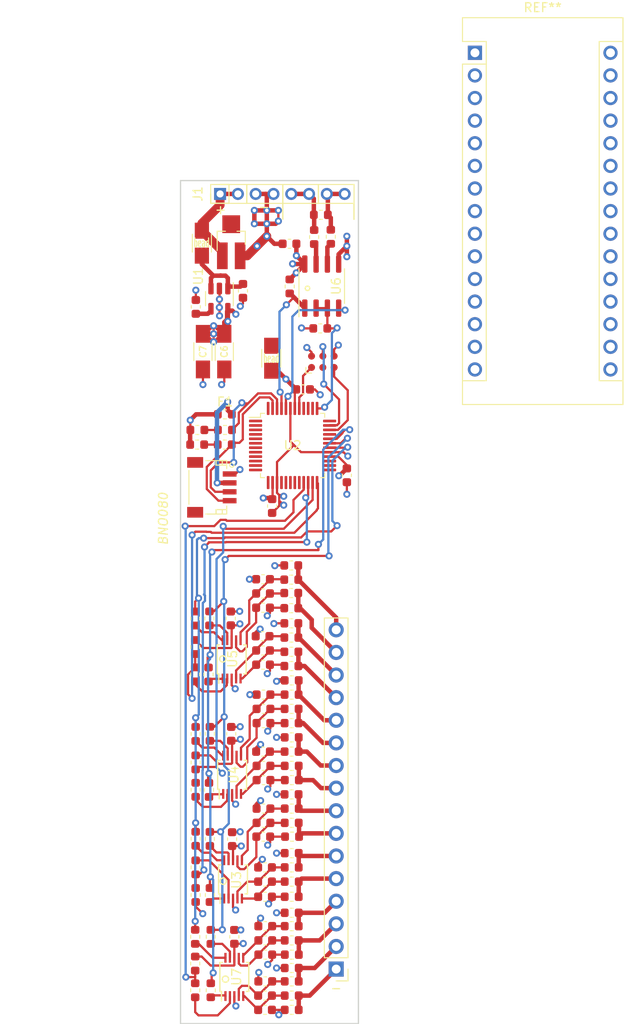
<source format=kicad_pcb>
(kicad_pcb (version 20211014) (generator pcbnew)
  (layers (0 "F.Cu" signal) (1 "In1.Cu" power "GND") (2 "In2.Cu" power "PWR") (31 "B.Cu" signal) (34 "B.Paste" user) (35 "F.Paste" user) (36 "B.SilkS" user "B.Silkscreen") (37 "F.SilkS" user "F.Silkscreen") (38 "B.Mask" user) (39 "F.Mask" user) (44 "Edge.Cuts" user))
  (net 0 "")
  (net 1 "GND")
  (net 2 "scl")
  (net 3 "sda")
  (net 4 "cs_1")
  (net 5 "sck")
  (net 6 "Net-(D7-Pad1)")
  (net 7 "Net-(C16-Pad1)")
  (net 8 "Net-(C21-Pad2)")
  (net 9 "Net-(C20-Pad2)")
  (net 10 "Net-(R19-Pad1)")
  (net 11 "Net-(R18-Pad1)")
  (net 12 "Net-(R17-Pad1)")
  (net 13 "Net-(R21-Pad1)")
  (net 14 "Net-(C2-Pad2)")
  (net 15 "Net-(F1-Pad2)")
  (net 16 "tc1+")
  (net 17 "tc1-")
  (net 18 "tc2+")
  (net 19 "tc2-")
  (net 20 "Net-(C17-Pad1)")
  (net 21 "Net-(C11-Pad2)")
  (net 22 "Net-(C10-Pad2)")
  (net 23 "Net-(C10-Pad1)")
  (net 24 "Net-(R9-Pad1)")
  (net 25 "Net-(R10-Pad1)")
  (net 26 "Net-(R11-Pad1)")
  (net 27 "Net-(R26-Pad1)")
  (net 28 "tc4-")
  (net 29 "tc3-")
  (net 30 "tc3+")
  (net 31 "tc4+")
  (net 32 "cs_2")
  (net 33 "Net-(C24-Pad2)")
  (net 34 "Net-(C24-Pad1)")
  (net 35 "Net-(C25-Pad2)")
  (net 36 "Net-(C25-Pad1)")
  (net 37 "tc6+")
  (net 38 "tc6-")
  (net 39 "tc5+")
  (net 40 "tc5-")
  (net 41 "Net-(R36-Pad1)")
  (net 42 "Net-(R37-Pad1)")
  (net 43 "Net-(R38-Pad1)")
  (net 44 "cs_3")
  (net 45 "Net-(R39-Pad1)")
  (net 46 "Net-(Ri2cSCL1-Pad1)")
  (net 47 "Net-(Ri2cSDA1-Pad1)")
  (net 48 "+5V")
  (net 49 "Net-(C3-Pad1)")
  (net 50 "Net-(C13-Pad2)")
  (net 51 "Net-(C14-Pad1)")
  (net 52 "Net-(C12-Pad1)")
  (net 53 "Net-(C12-Pad2)")
  (net 54 "Net-(C33-Pad2)")
  (net 55 "Net-(C35-Pad1)")
  (net 56 "copi")
  (net 57 "cipo")
  (net 58 "tc7+")
  (net 59 "tc7-")
  (net 60 "tc8+")
  (net 61 "tc8-")
  (net 62 "Net-(R48-Pad1)")
  (net 63 "Net-(R49-Pad1)")
  (net 64 "Net-(R50-Pad1)")
  (net 65 "Net-(R51-Pad1)")
  (net 66 "cs_4")
  (net 67 "UART_RX")
  (net 68 "RS485_EN")
  (net 70 "RS485_B+")
  (net 71 "Net-(R55-Pad2)")
  (net 72 "RS485_A-")
  (net 73 "Net-(R56-Pad2)")
  (net 89 "rx")
  (net 90 "tx")
  (net 97 "TXD")
  (net 98 "RXD")
  (net 103 "UPDI")
  (net 104 "UART_TX")
  (footprint "Package_TO_SOT_SMD:SOT-23-5" (layer "F.Cu") (at 128.87 76.91 -90)
    (fp_text reference "U1")
    (fp_text value "LP2985-5.0")
  )
  (footprint "Library:ferrite_bead_1206" (layer "F.Cu") (at 126.9 70.68 90)
    (fp_text reference "L5" hide)
    (fp_text value "Ferrite_Bead_Small" hide)
  )
  (footprint "Library:C_1206_HandSoldering_silkscreenlabel" (layer "F.Cu") (at 129.42 82.86 -90)
    (fp_text reference "C6" hide)
    (fp_text value "10u" hide)
  )
  (footprint "Library:C_1206_HandSoldering_silkscreenlabel" (layer "F.Cu") (at 127.02 82.86 -90)
    (fp_text reference "C7" hide)
    (fp_text value "10u")
  )
  (footprint "Package_SO:TSSOP-10_3x3mm_P0.5mm" (layer "F.Cu") (at 130.55 153.07875 90)
    (fp_text reference "U7")
    (fp_text value "ADS1118IDGS")
  )
  (footprint "Library:Fuse_0603_1608Metric" (layer "F.Cu") (at 129.48125 89.9)
    (fp_text reference "F1")
    (fp_text value "Polyfuse" hide)
  )
  (footprint "Library:R_0603_1608Metric_fabdesignatorsmall" (layer "F.Cu") (at 126.15 148.57875 90)
    (fp_text reference "R18" hide)
    (fp_text value "50")
  )
  (footprint "Library:C_0603_1608Metric_fabdesignatorsmall" (layer "F.Cu") (at 134 142.37875)
    (fp_text reference "C8" hide)
    (fp_text value "1u")
  )
  (footprint "Library:C_0603_1608Metric_fabdesignatorsmall" (layer "F.Cu") (at 133.825 135.77875)
    (fp_text reference "C10" hide)
    (fp_text value "1u")
  )
  (footprint "Library:C_0603_1608Metric_fabdesignatorsmall" (layer "F.Cu") (at 134 140.77875)
    (fp_text reference "C11" hide)
    (fp_text value ".1u")
  )
  (footprint "Library:C_0603_1608Metric_fabdesignatorsmall" (layer "F.Cu") (at 134 144.07875)
    (fp_text reference "C17" hide)
    (fp_text value ".1u")
  )
  (footprint "Library:C_0603_1608Metric_fabdesignatorsmall" (layer "F.Cu") (at 133.825 134.17875)
    (fp_text reference "C18" hide)
    (fp_text value ".1u")
  )
  (footprint "Library:C_0603_1608Metric_fabdesignatorsmall" (layer "F.Cu") (at 133.8 137.32875)
    (fp_text reference "C19" hide)
    (fp_text value ".1u")
  )
  (footprint "Library:C_0603_1608Metric_fabdesignatorsmall" (layer "F.Cu") (at 130.3 137.60375 90)
    (fp_text reference "C23" hide)
    (fp_text value ".1u")
  )
  (footprint "Library:R_0603_1608Metric_fabdesignatorsmall" (layer "F.Cu") (at 137 139.17875)
    (fp_text reference "R1" hide)
    (fp_text value "1M")
  )
  (footprint "Library:R_0603_1608Metric_fabdesignatorsmall" (layer "F.Cu") (at 137 144.07875 180)
    (fp_text reference "R2" hide)
    (fp_text value "1M")
  )
  (footprint "Library:R_0603_1608Metric_fabdesignatorsmall" (layer "F.Cu") (at 137.0375 137.32875 180)
    (fp_text reference "R4" hide)
    (fp_text value "1M")
  )
  (footprint "Library:R_0603_1608Metric_fabdesignatorsmall" (layer "F.Cu") (at 137 140.77875 180)
    (fp_text reference "R5" hide)
    (fp_text value "500")
  )
  (footprint "Library:R_0603_1608Metric_fabdesignatorsmall" (layer "F.Cu") (at 137 142.37875 180)
    (fp_text reference "R6" hide)
    (fp_text value "500")
  )
  (footprint "Library:R_0603_1608Metric_fabdesignatorsmall" (layer "F.Cu") (at 137 134.17875 180)
    (fp_text reference "R7" hide)
    (fp_text value "500")
  )
  (footprint "Library:R_0603_1608Metric_fabdesignatorsmall" (layer "F.Cu") (at 137 135.77875 180)
    (fp_text reference "R8" hide)
    (fp_text value "500")
  )
  (footprint "Library:R_0603_1608Metric_fabdesignatorsmall" (layer "F.Cu") (at 127.8 143.87875 90)
    (fp_text reference "R9" hide)
    (fp_text value "50")
  )
  (footprint "Library:R_0603_1608Metric_fabdesignatorsmall" (layer "F.Cu") (at 126.2 137.56625 90)
    (fp_text reference "R10" hide)
    (fp_text value "50")
  )
  (footprint "Library:R_0603_1608Metric_fabdesignatorsmall" (layer "F.Cu") (at 127.8 137.57875 90)
    (fp_text reference "R11" hide)
    (fp_text value "50")
  )
  (footprint "Library:R_0603_1608Metric_fabdesignatorsmall" (layer "F.Cu") (at 126.2 140.77875 -90)
    (fp_text reference "R26" hide)
    (fp_text value "50")
  )
  (footprint "Library:R_0603_1608Metric_fabdesignatorsmall" (layer "F.Cu") (at 126.2 143.87875 -90)
    (fp_text reference "R27" hide)
    (fp_text value "1M")
  )
  (footprint "Package_SO:TSSOP-10_3x3mm_P0.5mm" (layer "F.Cu") (at 130.4 142.12875 90)
    (fp_text reference "U3")
    (fp_text value "ADS1118IDGS")
  )
  (footprint "Library:R_0603_1608Metric_fabdesignatorsmall" (layer "F.Cu") (at 136.9875 132.57875)
    (fp_text reference "R3" hide)
    (fp_text value "1M")
  )
  (footprint "Connector_PinHeader_2.54mm:PinHeader_1x16_P2.54mm_Vertical" (layer "F.Cu") (at 142 152.19875 180)
    (fp_text reference "J3" hide)
    (fp_text value "TC")
  )
  (footprint "Library:C_0603_1608Metric_fabdesignatorsmall" (layer "F.Cu") (at 133.825 129.37875)
    (fp_text reference "C24" hide)
    (fp_text value "1u")
  )
  (footprint "Library:C_0603_1608Metric_fabdesignatorsmall" (layer "F.Cu") (at 133.825 122.97875)
    (fp_text reference "C25" hide)
    (fp_text value "1u")
  )
  (footprint "Library:C_0603_1608Metric_fabdesignatorsmall" (layer "F.Cu") (at 133.775 127.77875)
    (fp_text reference "C26" hide)
    (fp_text value ".1u")
  )
  (footprint "Library:C_0603_1608Metric_fabdesignatorsmall" (layer "F.Cu") (at 133.825 130.97875)
    (fp_text reference "C27" hide)
    (fp_text value ".1u")
  )
  (footprint "Library:C_0603_1608Metric_fabdesignatorsmall" (layer "F.Cu") (at 133.825 121.37875)
    (fp_text reference "C28" hide)
    (fp_text value ".1u")
  )
  (footprint "Library:C_0603_1608Metric_fabdesignatorsmall" (layer "F.Cu") (at 133.825 124.57875)
    (fp_text reference "C29" hide)
    (fp_text value ".1u")
  )
  (footprint "Library:C_0603_1608Metric_fabdesignatorsmall" (layer "F.Cu") (at 130.2 125.77875 90)
    (fp_text reference "C30" hide)
    (fp_text value ".1u")
  )
  (footprint "Library:R_0603_1608Metric_fabdesignatorsmall" (layer "F.Cu") (at 137 126.17875)
    (fp_text reference "R28" hide)
    (fp_text value "1M")
  )
  (footprint "Library:R_0603_1608Metric_fabdesignatorsmall" (layer "F.Cu") (at 137.0125 130.97875 180)
    (fp_text reference "R29" hide)
    (fp_text value "1M")
  )
  (footprint "Library:R_0603_1608Metric_fabdesignatorsmall" (layer "F.Cu") (at 137 119.77875)
    (fp_text reference "R30" hide)
    (fp_text value "1M")
  )
  (footprint "Library:R_0603_1608Metric_fabdesignatorsmall" (layer "F.Cu") (at 136.9875 124.57875 180)
    (fp_text reference "R31" hide)
    (fp_text value "1M")
  )
  (footprint "Library:R_0603_1608Metric_fabdesignatorsmall" (layer "F.Cu") (at 136.9875 127.77875 180)
    (fp_text reference "R32" hide)
    (fp_text value "500")
  )
  (footprint "Library:R_0603_1608Metric_fabdesignatorsmall" (layer "F.Cu") (at 137 129.37875 180)
    (fp_text reference "R33" hide)
    (fp_text value "500")
  )
  (footprint "Library:R_0603_1608Metric_fabdesignatorsmall" (layer "F.Cu") (at 136.9875 121.37875 180)
    (fp_text reference "R34" hide)
    (fp_text value "500")
  )
  (footprint "Library:R_0603_1608Metric_fabdesignatorsmall" (layer "F.Cu") (at 136.9875 122.97875 180)
    (fp_text reference "R35" hide)
    (fp_text value "500")
  )
  (footprint "Library:R_0603_1608Metric_fabdesignatorsmall" (layer "F.Cu") (at 127.7 132.07875 90)
    (fp_text reference "R36" hide)
    (fp_text value "50")
  )
  (footprint "Library:R_0603_1608Metric_fabdesignatorsmall" (layer "F.Cu") (at 126.2 125.79125 90)
    (fp_text reference "R37" hide)
    (fp_text value "50")
  )
  (footprint "Library:R_0603_1608Metric_fabdesignatorsmall" (layer "F.Cu") (at 127.8 125.77875 90)
    (fp_text reference "R38" hide)
    (fp_text value "50")
  )
  (footprint "Library:R_0603_1608Metric_fabdesignatorsmall" (layer "F.Cu") (at 126.2 132.06625 90)
    (fp_text reference "R39" hide)
    (fp_text value "50")
  )
  (footprint "Library:R_0603_1608Metric_fabdesignatorsmall" (layer "F.Cu") (at 126.2 128.99125 90)
    (fp_text reference "R40" hide)
    (fp_text value "1M")
  )
  (footprint "Package_SO:TSSOP-10_3x3mm_P0.5mm" (layer "F.Cu") (at 130.3 130.37875 90)
    (fp_text reference "U4")
    (fp_text value "ADS1118IDGS")
  )
  (footprint "Library:R_0603_1608Metric_fabdesignatorsmall" (layer "F.Cu") (at 137 156.77875 180)
    (fp_text reference "R25" hide)
    (fp_text value "1M")
  )
  (footprint "Library:R_0603_1608Metric_fabdesignatorsmall" (layer "F.Cu") (at 137 155.17875 180)
    (fp_text reference "R24" hide)
    (fp_text value "500")
  )
  (footprint "Library:R_0603_1608Metric_fabdesignatorsmall" (layer "F.Cu") (at 137 153.57875 180)
    (fp_text reference "R23" hide)
    (fp_text value "500")
  )
  (footprint "Library:R_0603_1608Metric_fabdesignatorsmall" (layer "F.Cu") (at 137 152.07875)
    (fp_text reference "R22" hide)
    (fp_text value "1M")
  )
  (footprint "Library:R_0603_1608Metric_fabdesignatorsmall" (layer "F.Cu") (at 137 145.87875)
    (fp_text reference "R12" hide)
    (fp_text value "1M")
  )
  (footprint "Library:R_0603_1608Metric_fabdesignatorsmall" (layer "F.Cu") (at 126.15 151.57875 90)
    (fp_text reference "R20" hide)
    (fp_text value "1M")
  )
  (footprint "Library:R_0603_1608Metric_fabdesignatorsmall" (layer "F.Cu") (at 127.9 148.57875 90)
    (fp_text reference "R19" hide)
    (fp_text value "50")
  )
  (footprint "Library:R_0603_1608Metric_fabdesignatorsmall" (layer "F.Cu") (at 127.9 154.57875 90)
    (fp_text reference "R17" hide)
    (fp_text value "50")
  )
  (footprint "Library:R_0603_1608Metric_fabdesignatorsmall" (layer "F.Cu") (at 129.49375 91.65625)
    (fp_text reference "Ri2cSDA1" hide)
    (fp_text value "500")
  )
  (footprint "Library:R_0603_1608Metric_fabdesignatorsmall" (layer "F.Cu") (at 137.0125 150.57875 180)
    (fp_text reference "R16" hide)
    (fp_text value "1M")
  )
  (footprint "Library:R_0603_1608Metric_fabdesignatorsmall" (layer "F.Cu") (at 137 148.97875 180)
    (fp_text reference "R15" hide)
    (fp_text value "500")
  )
  (footprint "Library:R_0603_1608Metric_fabdesignatorsmall" (layer "F.Cu") (at 126.15 154.57875 90)
    (fp_text reference "R21" hide)
    (fp_text value "50")
  )
  (footprint "Library:R_0603_1608Metric_fabdesignatorsmall" (layer "F.Cu") (at 137 147.37875 180)
    (fp_text reference "R13" hide)
    (fp_text value "500")
  )
  (footprint "Library:C_0603_1608Metric_fabdesignatorsmall" (layer "F.Cu") (at 134 155.17875)
    (fp_text reference "C21" hide)
    (fp_text value "1u")
  )
  (footprint "Library:C_0603_1608Metric_fabdesignatorsmall" (layer "F.Cu") (at 134.025 153.57875)
    (fp_text reference "C20" hide)
    (fp_text value ".1u")
  )
  (footprint "Library:C_0603_1608Metric_fabdesignatorsmall" (layer "F.Cu") (at 131.52 76.035 -90)
    (fp_text reference "C16" hide)
    (fp_text value "1u")
  )
  (footprint "Library:C_0603_1608Metric_fabdesignatorsmall" (layer "F.Cu") (at 134 156.77875)
    (fp_text reference "C22" hide)
    (fp_text value ".1u")
  )
  (footprint "Library:C_0603_1608Metric_fabdesignatorsmall" (layer "F.Cu") (at 126.22 77.835 90)
    (fp_text reference "C35" hide)
    (fp_text value "10n")
  )
  (footprint "Library:C_0603_1608Metric_fabdesignatorsmall" (layer "F.Cu") (at 134.025 150.57875)
    (fp_text reference "C34" hide)
    (fp_text value ".1u")
  )
  (footprint "Library:C_0603_1608Metric_fabdesignatorsmall" (layer "F.Cu") (at 134.025 148.97875)
    (fp_text reference "C33" hide)
    (fp_text value "1u")
  )
  (footprint "Library:C_0603_1608Metric_fabdesignatorsmall" (layer "F.Cu") (at 134.025 147.37875)
    (fp_text reference "C2" hide)
    (fp_text value ".1u")
  )
  (footprint "Library:C_0603_1608Metric_fabdesignatorsmall" (layer "F.Cu") (at 130.55 148.57875 90)
    (fp_text reference "C1" hide)
    (fp_text value ".1u")
  )
  (footprint "Library:R_0603_1608Metric_fabdesignatorsmall" (layer "F.Cu") (at 126.36875 93.3)
    (fp_text reference "Ri2cSCL2" hide)
    (fp_text value "500")
  )
  (footprint "Library:R_0603_1608Metric_fabdesignatorsmall" (layer "F.Cu") (at 126.39375 91.65625)
    (fp_text reference "Ri2cSDA2" hide)
    (fp_text value "500")
  )
  (footprint "Library:R_0603_1608Metric_fabdesignatorsmall" (layer "F.Cu") (at 129.46875 93.3)
    (fp_text reference "Ri2cSCL1" hide)
    (fp_text value "500")
  )
  (footprint "Library:MountingHole_3.2mm_M3" (layer "F.Cu") (at 154.7 153)
    (fp_text reference "H3" hide)
    (fp_text value "MountingHole" hide)
  )
  (footprint "Library:MountingHole_3.2mm_M3" (layer "F.Cu") (at 154.94 116.84)
    (fp_text reference "H2" hide)
    (fp_text value "MountingHole" hide)
  )
  (footprint "Connector_PinSocket_2.00mm:PinSocket_1x08_P2.00mm_Vertical" (layer "F.Cu") (at 128.95 65.15 90)
    (fp_text reference "J1")
    (fp_text value "ethernet")
  )
  (footprint "Library:JST_SH_SM04B-SRSS-TB_04x1.00mm_Angled" (layer "F.Cu") (at 128.08125 98.1 -90)
    (fp_text reference "J7" hide)
    (fp_text value "BN080")
  )
  (footprint "Library:R_0603_1608Metric_fabdesignatorsmall" (layer "F.Cu") (at 126.15 112.83125 90)
    (fp_text reference "R49" hide)
    (fp_text value "50")
  )
  (footprint "Library:R_0603_1608Metric_fabdesignatorsmall" (layer "F.Cu") (at 140.2125 80.25 180)
    (fp_text reference "R54" hide)
    (fp_text value "10k")
  )
  (footprint "Library:R_0603_1608Metric_fabdesignatorsmall" (layer "F.Cu") (at 136.95 109.96875 180)
    (fp_text reference "R47" hide)
    (fp_text value "500")
  )
  (footprint "Library:R_0603_1608Metric_fabdesignatorsmall" (layer "F.Cu") (at 140.275 67.5 180)
    (fp_text reference "R57" hide)
    (fp_text value "120r")
  )
  (footprint "Library:R_0603_1608Metric_fabdesignatorsmall" (layer "F.Cu") (at 127.65 119.11875 90)
    (fp_text reference "R48" hide)
    (fp_text value "50")
  )
  (footprint "Library:R_0603_1608Metric_fabdesignatorsmall" (layer "F.Cu") (at 136.9625 114.96875 180)
    (fp_text reference "R44" hide)
    (fp_text value "500")
  )
  (footprint "Package_SO:TSSOP-10_3x3mm_P0.5mm" (layer "F.Cu") (at 130.25 117.41875 90)
    (fp_text reference "U5")
    (fp_text value "ADS1118IDGS")
  )
  (footprint "Library:C_0603_1608Metric_fabdesignatorsmall" (layer "F.Cu") (at 133.775 111.61875)
    (fp_text reference "C31" hide)
    (fp_text value ".1u")
  )
  (footprint "Library:R_0603_1608Metric_fabdesignatorsmall" (layer "F.Cu") (at 141.395 69.9625 -90)
    (fp_text reference "R55" hide)
    (fp_text value "10R")
  )
  (footprint "Library:ferrite_bead_1206" (layer "F.Cu") (at 134.7 83.6 -90)
    (fp_text reference "L1" hide)
    (fp_text value "~" hide)
  )
  (footprint "Package_QFP:TQFP-48_7x7mm_P0.5mm" (layer "F.Cu") (at 137.1 93.4)
    (fp_text reference "U2")
    (fp_text value "~")
  )
  (footprint "Library:C_0603_1608Metric_fabdesignatorsmall" (layer "F.Cu") (at 133.775 110.01875)
    (fp_text reference "C12" hide)
    (fp_text value "1u")
  )
  (footprint "Library:R_0603_1608Metric_fabdesignatorsmall" (layer "F.Cu") (at 136.95 106.86875)
    (fp_text reference "R42" hide)
    (fp_text value "1M")
  )
  (footprint "Library:R_0603_1608Metric_fabdesignatorsmall" (layer "F.Cu") (at 127.75 112.81875 90)
    (fp_text reference "R50" hide)
    (fp_text value "50")
  )
  (footprint "Library:R_0603_1608Metric_fabdesignatorsmall" (layer "F.Cu") (at 136.95 108.46875 180)
    (fp_text reference "R46" hide)
    (fp_text value "500")
  )
  (footprint "Library:C_0603_1608Metric_fabdesignatorsmall" (layer "F.Cu") (at 133.725 114.81875)
    (fp_text reference "C13" hide)
    (fp_text value ".1u")
  )
  (footprint "Library:C_0603_1608Metric_fabdesignatorsmall" (layer "F.Cu") (at 138.275 87.1)
    (fp_text reference "C5" hide)
    (fp_text value "~")
  )
  (footprint "Library:MountingHole_3.2mm_M3" (layer "F.Cu") (at 170.68 95.37)
    (fp_text reference "H1" hide)
    (fp_text value "~" hide)
  )
  (footprint "Library:C_0603_1608Metric_fabdesignatorsmall" (layer "F.Cu") (at 134.8 100.2 -90)
    (fp_text reference "C3" hide)
    (fp_text value "~")
  )
  (footprint "Library:C_0603_1608Metric_fabdesignatorsmall" (layer "F.Cu") (at 133.775 108.41875)
    (fp_text reference "C15" hide)
    (fp_text value ".1u")
  )
  (footprint "Module:Arduino_Nano" (layer "F.Cu") (at 157.6 49.3)
    (fp_text reference "REF**")
    (fp_text value "Arduino_Nano")
  )
  (footprint "Library:C_0603_1608Metric_fabdesignatorsmall" (layer "F.Cu") (at 133.775 118.01875)
    (fp_text reference "C14" hide)
    (fp_text value ".1u")
  )
  (footprint "Library:Tag-Connect_TC2030-IDC-NL_2x03_P1.27mm_Vertical" (layer "F.Cu") (at 140.5 84)
    (fp_text reference "J5" hide)
    (fp_text value "~")
  )
  (footprint "Library:R_0603_1608Metric_fabdesignatorsmall" (layer "F.Cu") (at 139.525 69.9925 -90)
    (fp_text reference "R56" hide)
    (fp_text value "10R")
  )
  (footprint "Library:C_0603_1608Metric_fabdesignatorsmall" (layer "F.Cu") (at 133.775 116.41875)
    (fp_text reference "C9" hide)
    (fp_text value "1u")
  )
  (footprint "Package_SO:SOIC-8_3.9x4.9mm_P1.27mm" (layer "F.Cu") (at 140.375 75.5 90)
    (fp_text reference "U6")
    (fp_text value "~")
  )
  (footprint "Library:R_0603_1608Metric_fabdesignatorsmall" (layer "F.Cu") (at 136.95 111.66875 180)
    (fp_text reference "R43" hide)
    (fp_text value "1M")
  )
  (footprint "Library:C_0603_1608Metric_fabdesignatorsmall" (layer "F.Cu") (at 130.15 112.81875 90)
    (fp_text reference "C32" hide)
    (fp_text value ".1u")
  )
  (footprint "Library:R_0603_1608Metric_fabdesignatorsmall" (layer "F.Cu") (at 136.9625 116.56875 180)
    (fp_text reference "R45" hide)
    (fp_text value "500")
  )
  (footprint "Library:R_0603_1608Metric_fabdesignatorsmall" (layer "F.Cu") (at 136.9625 118.16875 180)
    (fp_text reference "R41" hide)
    (fp_text value "1M")
  )
  (footprint "Library:R_0603_1608Metric_fabdesignatorsmall" (layer "F.Cu") (at 136.9625 113.36875)
    (fp_text reference "R14" hide)
    (fp_text value "1M")
  )
  (footprint "Library:C_0603_1608Metric_fabdesignatorsmall" (layer "F.Cu") (at 143.2 96.75 -90)
    (fp_text reference "C4" hide)
    (fp_text value "~")
  )
  (footprint "Library:R_0603_1608Metric_fabdesignatorsmall" (layer "F.Cu") (at 136.775 75.5375 -90)
    (fp_text reference "R53" hide)
    (fp_text value "10k")
  )
  (footprint "Library:R_0603_1608Metric_fabdesignatorsmall" (layer "F.Cu") (at 126.15 116.03125 90)
    (fp_text reference "R52" hide)
    (fp_text value "1M")
  )
  (footprint "Library:R_0603_1608Metric_fabdesignatorsmall" (layer "F.Cu") (at 126.15 119.10625 90)
    (fp_text reference "R51" hide)
    (fp_text value "50")
  )
  (footprint "Library:C_0603_1608Metric_fabdesignatorsmall" (layer "F.Cu") (at 136.75 70.75)
    (fp_text reference "C36" hide)
    (fp_text value "~")
  )
  (footprint "Library:SOT-23_handsoldering" (layer "F.Cu") (at 130.2 70.1 90)
    (fp_text reference "D7" hide)
    (fp_text value "AQ12")
  )
  (gr_line (start 144 68) (end 144 66.25) (layer "F.SilkS") (width 0.15))
  (gr_circle (center 129.55 153.32875) (end 129.8 153.07875) (layer "F.SilkS") (width 0.15) (fill none))
  (gr_line (start 128.95 64.09) (end 129.95 64.09) (layer "F.SilkS") (width 0.15))
  (gr_circle (center 138.775 75.75) (end 138.525 75.75) (layer "F.SilkS") (width 0.15) (fill none))
  (gr_line (start 131.95 64.1) (end 131.95 66.2) (layer "F.SilkS") (width 0.15))
  (gr_line (start 127.89 65.15) (end 127.9 66.2) (layer "F.SilkS") (width 0.15))
  (gr_line (start 140 66.2) (end 140 64.1) (layer "F.SilkS") (width 0.15))
  (gr_line (start 127.9 66.2) (end 129.95 66.2) (layer "F.SilkS") (width 0.15))
  (gr_line (start 136 68) (end 136 64.1) (layer "F.SilkS") (width 0.15))
  (gr_circle (center 129.25 117.36875) (end 129.5 117.11875) (layer "F.SilkS") (width 0.15) (fill none))
  (gr_circle (center 129.3 142.32875) (end 129.55 142.07875) (layer "F.SilkS") (width 0.15) (fill none))
  (gr_line (start 144.5 63.65) (end 144.5 158.3) (layer "Edge.Cuts") (width 0.15))
  (gr_line (start 124.5 158.3) (end 124.5 63.65) (layer "Edge.Cuts") (width 0.15))
  (gr_line (start 124.5 158.3) (end 144.5 158.3) (layer "Edge.Cuts") (width 0.1))
  (gr_line (start 124.5 63.65) (end 144.5 63.65) (layer "Edge.Cuts") (width 0.15))
  (gr_text "-" (at 142 154.32875) (layer "F.SilkS") (effects (font (size 1 1))))
  (gr_text "+" (at 142 121.67875) (layer "F.SilkS") (effects (font (size 1 1))))
  (gr_text "-" (at 133.9 66.6) (layer "F.SilkS") (effects (font (size 1 1))))
  (gr_text "+" (at 129 66.9) (layer "F.SilkS") (effects (font (size 1 1))))
  (gr_text "BNO080" (at 122.562501 101.620001 90) (layer "F.SilkS") (effects (font (size 1 1) (thickness 0.15) italic)))
  (segment (start 133 127.47875) (end 133.5 126.97875) (width 0.5) (layer "F.Cu") (net 1))
  (segment (start 130.25 120.323752) (end 130.64501 120.718762) (width 0.25) (layer "F.Cu") (net 1))
  (segment (start 130.55 147.80375) (end 131.275 147.80375) (width 0.25) (layer "F.Cu") (net 1))
  (segment (start 139.6 87.1) (end 140.2 87.7) (width 0.25) (layer "F.Cu") (net 1))
  (segment (start 137.25 93.35) (end 138.05 94.15) (width 0.25) (layer "F.Cu") (net 1))
  (segment (start 131.52 77.46) (end 131.22 77.76) (width 0.25) (layer "F.Cu") (net 1))
  (segment (start 135 137.32875) (end 136.25 137.32875) (width 0.25) (layer "F.Cu") (net 1))
  (segment (start 133.1 71) (end 134.2 69.9) (width 1) (layer "F.Cu") (net 1))
  (segment (start 142.28 71.92) (end 143.2 71) (width 0.5) (layer "F.Cu") (net 1))
  (segment (start 131.52 76.81) (end 131.52 77.46) (width 0.25) (layer "F.Cu") (net 1))
  (segment (start 134.05 65.15) (end 132.95 65.15) (width 0.5) (layer "F.Cu") (net 1))
  (segment (start 141.77 82.598851) (end 142.242578 82.126273) (width 0.25) (layer "F.Cu") (net 1))
  (segment (start 134.55 118.71875) (end 134.25 119.01875) (width 0.25) (layer "F.Cu") (net 1))
  (segment (start 142.28 73.025) (end 142.28 71.92) (width 0.5) (layer "F.Cu") (net 1))
  (segment (start 138.05 94.15) (end 141.2625 94.15) (width 0.25) (layer "F.Cu") (net 1))
  (segment (start 135.55 157.32875) (end 135.55 156.82875) (width 0.25) (layer "F.Cu") (net 1))
  (segment (start 130.01875 96.6) (end 130.68125 96.6) (width 0.25) (layer "F.Cu") (net 1))
  (segment (start 135.35 95.25) (end 137.25 93.35) (width 0.25) (layer "F.Cu") (net 1))
  (segment (start 133.25 147.37875) (end 133.25 146.72875) (width 0.25) (layer "F.Cu") (net 1))
  (segment (start 130.3 136.82875) (end 131.15 136.82875) (width 0.25) (layer "F.Cu") (net 1))
  (segment (start 134.55 111.61875) (end 134.55 112.21875) (width 0.25) (layer "F.Cu") (net 1))
  (segment (start 135.2 68.5) (end 135.5 68.2) (width 0.5) (layer "F.Cu") (net 1))
  (segment (start 132.8 68.5) (end 132.8 67) (width 0.5) (layer "F.Cu") (net 1))
  (segment (start 143.2 71) (end 143.2 72.2) (width 0.5) (layer "F.Cu") (net 1))
  (segment (start 134.575 137.32875) (end 134.575 138.00375) (width 0.25) (layer "F.Cu") (net 1))
  (segment (start 133.05 133.72875) (end 133.5 133.27875) (width 0.5) (layer "F.Cu") (net 1))
  (segment (start 134.6 131.67875) (end 134.3 131.97875) (width 0.25) (layer "F.Cu") (net 1))
  (segment (start 133.05 134.17875) (end 133.05 133.72875) (width 0.5) (layer "F.Cu") (net 1))
  (segment (start 134.2 68.5) (end 134.2 67) (width 0.5) (layer "F.Cu") (net 1))
  (segment (start 130.15 112.04375) (end 131.125 112.04375) (width 0.25) (layer "F.Cu") (net 1))
  (segment (start 135.6 99.7) (end 135.7 99.7) (width 0.25) (layer "F.Cu") (net 1))
  (segment (start 135.35 98.722183) (end 135.6 98.972183) (width 0.25) (layer "F.Cu") (net 1))
  (segment (start 138.15 80.25) (end 138.1 80.2) (width 0.25) (layer "F.Cu") (net 1))
  (segment (start 133.25 153.57875) (end 133.25 152.62875) (width 0.25) (layer "F.Cu") (net 1))
  (segment (start 136.85 89.2375) (end 136.85 92.95) (width 0.25) (layer "F.Cu") (net 1))
  (segment (start 134.8 150.57875) (end 134.8 151.17875) (width 0.25) (layer "F.Cu") (net 1))
  (segment (start 134.775 144.07875) (end 134.775 144.50375) (width 0.25) (layer "F.Cu") (net 1))
  (segment (start 132.8 67) (end 135.5 67) (width 0.5) (layer "F.Cu") (net 1))
  (segment (start 143.2 97.525) (end 143.2 98.875) (width 0.25) (layer "F.Cu") (net 1))
  (segment (start 134.55 118.01875) (end 136.025 118.01875) (width 0.25) (layer "F.Cu") (net 1))
  (segment (start 141.77 83.365) (end 141.77 82.598851) (width 0.25) (layer "F.Cu") (net 1))
  (segment (start 143.2 71) (end 143.2 69.9) (width 0.5) (layer "F.Cu") (net 1))
  (segment (start 134.2 65.3) (end 134.05 65.15) (width 0.5) (layer "F.Cu") (net 1))
  (segment (start 132.8 68.5) (end 135.2 68.5) (width 0.5) (layer "F.Cu") (net 1))
  (segment (start 135.35 97.5625) (end 135.35 95.25) (width 0.25) (layer "F.Cu") (net 1))
  (segment (start 135.5 156.77875) (end 136.2125 156.77875) (width 0.25) (layer "F.Cu") (net 1))
  (segment (start 134.2 69.9) (end 134.2 68.5) (width 0.5) (layer "F.Cu") (net 1))
  (segment (start 135.975 70.75) (end 135.05 70.75) (width 0.5) (layer "F.Cu") (net 1))
  (segment (start 134.775 144.50375) (end 134.4 144.87875) (width 0.25) (layer "F.Cu") (net 1))
  (segment (start 134.05 65.15) (end 134.95 65.15) (width 0.5) (layer "F.Cu") (net 1))
  (segment (start 134.775 156.77875) (end 135.5 156.77875) (width 0.25) (layer "F.Cu") (net 1))
  (segment (start 131.175 125.00375) (end 131.2 124.97875) (width 0.25) (layer "F.Cu") (net 1))
  (segment (start 130.2 125.00375) (end 131.175 125.00375) (width 0.25) (layer "F.Cu") (net 1))
  (segment (start 135.6 98.972183) (end 135.6 99.7) (width 0.25) (layer "F.Cu") (net 1))
  (segment (start 135.45 68.25) (end 135.5 68.2) (width 0.25) (layer "F.Cu") (net 1))
  (segment (start 130.3 133.283752) (end 130.69501 133.678762) (width 0.25) (layer "F.Cu") (net 1))
  (segment (start 134.6 130.97875) (end 134.6 131.67875) (width 0.25) (layer "F.Cu") (net 1))
  (segment (start 133.225 140.77875) (end 133.225 140.35375) (width 0.25) (layer "F.Cu") (net 1))
  (segment (start 142.825725 94.15) (end 143.265117 94.589392) (width 0.25) (layer "F.Cu") (net 1))
  (segment (start 130.68125 96.6) (end 131.18125 96.1) (width 0.25) (layer "F.Cu") (net 1))
  (segment (start 136.225 130.97875) (end 134.6 130.97875) (width 0.25) (layer "F.Cu") (net 1))
  (segment (start 130.3 132.52875) (end 130.3 133.283752) (width 0.25) (layer "F.Cu") (net 1))
  (segment (start 135.05 70.75) (end 134.2 69.9) (width 0.5) (layer "F.Cu") (net 1))
  (segment (start 135.35 97.5625) (end 135.35 98.722183) (width 0.25) (layer "F.Cu") (net 1))
  (segment (start 134.6 125.17875) (end 134.3 125.47875) (width 0.25) (layer "F.Cu") (net 1))
  (segment (start 126.22 77.06) (end 126.22 75.96) (width 0.25) (layer "F.Cu") (net 1))
  (segment (start 128.886689 78.838196) (end 128.886689 75.576689) (width 0.25) (layer "F.Cu") (net 1))
  (segment (start 133.25 146.72875) (end 133.5 146.47875) (width 0.25) (layer "F.Cu") (net 1))
  (segment (start 134.2 67) (end 134.2 65.3) (width 0.5) (layer "F.Cu") (net 1))
  (segment (start 139.425 80.25) (end 138.15 80.25) (width 0.25) (layer "F.Cu") (net 1))
  (segment (start 135.6 100.175) (end 134.8 100.975) (width 0.25) (layer "F.Cu") (net 1))
  (segment (start 135.5 68.2) (end 135.5 67) (width 0.25) (layer "F.Cu") (net 1))
  (segment (start 135.972183 98.972183) (end 136.1 99.1) (width 0.25) (layer "F.Cu") (net 1))
  (segment (start 141.2625 94.15) (end 142.825725 94.15) (width 0.25) (layer "F.Cu") (net 1))
  (segment (start 134.8 150.57875) (end 136.225 150.57875) (width 0.25) (layer "F.Cu") (net 1))
  (segment (start 135.6 99.7) (end 135.6 100.175) (width 0.25) (layer "F.Cu") (net 1))
  (segment (start 139.05 87.1) (end 139.6 87.1) (width 0.25) (layer "F.Cu") (net 1))
  (segment (start 130.55 156.170117) (end 130.724495 156.344612) (width 0.25) (layer "F.Cu") (net 1))
  (segment (start 130.25 119.56875) (end 130.25 120.323752) (width 0.25) (layer "F.Cu") (net 1))
  (segment (start 131.15 136.82875) (end 131.2 136.77875) (width 0.25) (layer "F.Cu") (net 1))
  (segment (start 129.42 84.86) (end 129.42 86.26) (width 0.25) (layer "F.Cu") (net 1))
  (segment (start 135.7 99.7) (end 136.1 100.1) (width 0.25) (layer "F.Cu") (net 1))
  (segment (start 132.95 114.81875) (end 132.95 114.51875) (width 0.5) (layer "F.Cu") (net 1))
  (segment (start 136.2125 144.07875) (end 134.775 144.07875) (width 0.25) (layer "F.Cu") (net 1))
  (segment (start 132.95 114.51875) (end 133.45 114.01875) (width 0.5) (layer "F.Cu") (net 1))
  (segment (start 143.265117 94.589392) (end 143.307873 94.589392) (width 0.25) (layer "F.Cu") (net 1))
  (segment (start 130.55 155.22875) (end 130.55 156.170117) (width 0.25) (layer "F.Cu") (net 1))
  (segment (start 134.6 124.57875) (end 134.6 125.17875) (width 0.25) (layer "F.Cu") (net 1))
  (segment (start 129.42 86.26) (end 129.12 86.56) (width 0.25) (layer "F.Cu") (net 1))
  (segment (start 134.55 118.01875) (end 134.55 118.71875) (width 0.25) (layer "F.Cu") (net 1))
  (segment (start 134.55 111.61875) (end 136.1125 111.61875) (width 0.25) (layer "F.Cu") (net 1))
  (segment (start 127.02 84.86) (end 127.02 86.56) (width 0.25) (layer "F.Cu") (net 1))
  (segment (start 133.05 121.37875) (end 132.3 121.37875) (width 0.5) (layer "F.Cu") (net 1))
  (segment (start 134.575 138.00375) (end 134.3 138.27875) (width 0.25) (layer "F.Cu") (net 1))
  (segment (start 131.125 112.04375) (end 131.15 112.01875) (width 0.25) (layer "F.Cu") (net 1))
  (segment (start 132 72.1) (end 133.1 71) (width 1) (layer "F.Cu") (net 1))
  (segment (start 136.1125 111.61875) (end 136.1625 111.66875) (width 0.25) (layer "F.Cu") (net 1))
  (segment (start 136.85 92.95) (end 137.25 93.35) (width 0.25) (layer "F.Cu") (net 1))
  (segment (start 133.25 152.62875) (end 133.3 152.57875) (width 0.25) (layer "F.Cu") (net 1))
  (segment (start 136.025 118.01875) (end 136.175 118.16875) (width 0.25) (layer "F.Cu") (net 1))
  (segment (start 135.6 98.972183) (end 135.972183 98.972183) (width 0.25) (layer "F.Cu") (net 1))
  (segment (start 131.2 72.1) (end 132 72.1) (width 1) (layer "F.Cu") (net 1))
  (segment (start 133 127.77875) (end 133 127.47875) (width 0.5) (layer "F.Cu") (net 1))
  (segment (start 134.8 151.17875) (end 134.3 151.67875) (width 0.25) (layer "F.Cu") (net 1))
  (segment (start 133 108.41875) (end 132.25 108.41875) (width 0.5) (layer "F.Cu") (net 1))
  (segment (start 135.55 156.82875) (end 135.5 156.77875) (width 0.25) (layer "F.Cu") (net 1))
  (segment (start 134.55 112.21875) (end 134.25 112.51875) (width 0.25) (layer "F.Cu") (net 1))
  (segment (start 134.6 124.57875) (end 136.2 124.57875) (width 0.25) (layer "F.Cu") (net 1))
  (segment (start 133.225 140.35375) (end 133.7 139.87875) (width 0.25) (layer "F.Cu") (net 1))
  (segment (start 130.4 145.271109) (end 130.69501 145.566119) (width 0.25) (layer "F.Cu") (net 1))
  (segment (start 130.4 144.27875) (end 130.4 145.271109) (width 0.25) (layer "F.Cu") (net 1))
  (via (at 134.2 67) (size 0.8) (drill 0.4) (layers "F.Cu" "B.Cu") (net 1))
  (via (at 143.2 71) (size 0.8) (drill 0.4) (layers "F.Cu" "B.Cu") (net 1))
  (via (at 129.12 86.56) (size 0.8) (drill 0.4) (layers "F.Cu" "B.Cu") (net 1))
  (via (at 134.3 125.47875) (size 0.8) (drill 0.4) (layers "F.Cu" "B.Cu") (net 1))
  (via (at 136.1 99.1) (size 0.8) (drill 0.4) (layers "F.Cu" "B.Cu") (net 1))
  (via (at 128.866689 77.898196) (size 0.8) (drill 0.4) (layers "F.Cu" "B.Cu") (net 1))
  (via (at 132.3 121.37875) (size 0.8) (drill 0.4) (layers "F.Cu" "B.Cu") (net 1))
  (via (at 126.22 75.96) (size 0.8) (drill 0.4) (layers "F.Cu" "B.Cu") (net 1))
  (via (at 136.1 100.1) (size 0.8) (drill 0.4) (layers "F.Cu" "B.Cu") (net 1))
  (via (at 128.876689 76.978196) (size 0.8) (drill 0.4) (layers "F.Cu" "B.Cu") (net 1))
  (via (at 133.5 133.27875) (size 0.8) (drill 0.4) (layers "F.Cu" "B.Cu") (net 1))
  (via (at 134.2 69.9) (size 0.8) (drill 0.4) (layers "F.Cu" "B.Cu") (net 1))
  (via (at 134.3 151.67875) (size 0.8) (drill 0.4) (layers "F.Cu" "B.Cu") (net 1))
  (via (at 138.1 80.2) (size 0.8) (drill 0.4) (layers "F.Cu" "B.Cu") (net 1))
  (via (at 130.69501 145.566119) (size 0.8) (drill 0.4) (layers "F.Cu" "B.Cu") (net 1))
  (via (at 135.5 67) (size 0.8) (drill 0.4) (layers "F.Cu" "B.Cu") (net 1))
  (via (at 130.724495 156.344612) (size 0.8) (drill 0.4) (layers "F.Cu" "B.Cu") (net 1))
  (via (at 134.3 138.27875) (size 0.8) (drill 0.4) (layers "F.Cu" "B.Cu") (net 1))
  (via (at 131.22 77.76) (size 0.8) (drill 0.4) (layers "F.Cu" "B.Cu") (net 1))
  (via (at 133.3 152.57875) (size 0.8) (drill 0.4) (layers "F.Cu" "B.Cu") (net 1))
  (via (at 128.886689 78.838196) (size 0.8) (drill 0.4) (layers "F.Cu" "B.Cu") (net 1))
  (via (at 131.275 147.80375) (size 0.8) (drill 0.4) (layers "F.Cu" "B.Cu") (net 1))
  (via (at 130.64501 120.718762) (size 0.8) (drill 0.4) (layers "F.Cu" "B.Cu") (net 1))
  (via (at 131.18125 96.1) (size 0.8) (drill 0.4) (layers "F.Cu" "B.Cu") (net 1))
  (via (at 135.55 157.32875) (size 0.8) (drill 0.4) (layers "F.Cu" "B.Cu") (net 1))
  (via (at 142.242578 82.126273) (size 0.8) (drill 0.4) (layers "F.Cu" "B.Cu") (net 1))
  (via (at 132.8 67) (size 0.8) (drill 0.4) (layers "F.Cu" "B.Cu") (net 1))
  (via (at 133.5 126.97875) (size 0.8) (drill 0.4) (layers "F.Cu" "B.Cu") (net 1))
  (via (at 134.3 131.97875) (size 0.8) (drill 0.4) (layers "F.Cu" "B.Cu") (net 1))
  (via (at 127.02 86.56) (size 0.8) (drill 0.4) (layers "F.Cu" "B.Cu") (net 1))
  (via (at 133.5 146.47875) (size 0.8) (drill 0.4) (layers "F.Cu" "B.Cu") (net 1))
  (via (at 134.25 119.01875) (size 0.8) (drill 0.4) (layers "F.Cu" "B.Cu") (net 1))
  (via (at 143.307873 94.589392) (size 0.8) (drill 0.4) (layers "F.Cu" "B.Cu") (net 1))
  (via (at 131.2 136.77875) (size 0.8) (drill 0.4) (layers "F.Cu" "B.Cu") (net 1))
  (via (at 134.25 112.51875) (size 0.8) (drill 0.4) (layers "F.Cu" "B.Cu") (net 1))
  (via (at 131.15 112.01875) (size 0.8) (drill 0.4) (layers "F.Cu" "B.Cu") (net 1))
  (via (at 133.45 114.01875) (size 0.8) (drill 0.4) (layers "F.Cu" "B.Cu") (net 1))
  (via (at 131.2 124.97875) (size 0.8) (drill 0.4) (layers "F.Cu" "B.Cu") (net 1))
  (via (at 134.4 144.87875) (size 0.8) (drill 0.4) (layers "F.Cu" "B.Cu") (net 1))
  (via (at 140.2 87.7) (size 0.8) (drill 0.4) (layers "F.Cu" "B.Cu") (net 1))
  (via (at 132.8 68.5) (size 0.8) (drill 0.4) (layers "F.Cu" "B.Cu") (net 1))
  (via (at 134.2 68.5) (size 0.8) (drill 0.4) (layers "F.Cu" "B.Cu") (net 1))
  (via (at 133.1 71) (size 0.8) (drill 0.4) (layers "F.Cu" "B.Cu") (net 1))
  (via (at 135.5 68.2) (size 0.8) (drill 0.4) (layers "F.Cu" "B.Cu") (net 1))
  (via (at 132.25 108.41875) (size 0.8) (drill 0.4) (layers "F.Cu" "B.Cu") (net 1))
  (via (at 143.2 98.875) (size 0.8) (drill 0.4) (layers "F.Cu" "B.Cu") (net 1))
  (via (at 133.7 139.87875) (size 0.8) (drill 0.4) (layers "F.Cu" "B.Cu") (net 1))
  (via (at 130.69501 133.678762) (size 0.8) (drill 0.4) (layers "F.Cu" "B.Cu") (net 1))
  (via (at 143.2 72.2) (size 0.8) (drill 0.4) (layers "F.Cu" "B.Cu") (net 1))
  (via (at 143.2 69.9) (size 0.8) (drill 0.4) (layers "F.Cu" "B.Cu") (net 1))
  (segment (start 134.85 89.2375) (end 134.85 88.35) (width 0.25) (layer "F.Cu") (net 2))
  (segment (start 130.45625 93.1) (end 130.25625 93.3) (width 0.25) (layer "F.Cu") (net 2))
  (segment (start 128.705751 94.850499) (end 128.413811 94.850499) (width 0.25) (layer "F.Cu") (net 2))
  (segment (start 128.413811 94.850499) (end 127.450499 95.813811) (width 0.25) (layer "F.Cu") (net 2))
  (segment (start 131.5 92.71875) (end 131.11875 93.1) (width 0.25) (layer "F.Cu") (net 2))
  (segment (start 127.450499 98.286189) (end 128.76431 99.6) (width 0.25) (layer "F.Cu") (net 2))
  (segment (start 130.25625 93.3) (end 128.705751 94.850499) (width 0.25) (layer "F.Cu") (net 2))
  (segment (start 134.85 88.35) (end 134.5 88) (width 0.25) (layer "F.Cu") (net 2))
  (segment (start 134.5 88) (end 133.4 88) (width 0.25) (layer "F.Cu") (net 2))
  (segment (start 128.76431 99.6) (end 130.01875 99.6) (width 0.25) (layer "F.Cu") (net 2))
  (segment (start 133.4 88) (end 131.5 89.9) (width 0.25) (layer "F.Cu") (net 2))
  (segment (start 131.11875 93.1) (end 130.45625 93.1) (width 0.25) (layer "F.Cu") (net 2))
  (segment (start 127.450499 95.813811) (end 127.450499 98.286189) (width 0.25) (layer "F.Cu") (net 2))
  (segment (start 131.5 89.9) (end 131.5 92.71875) (width 0.25) (layer "F.Cu") (net 2))
  (segment (start 128.4 98.6) (end 127.9 98.1) (width 0.25) (layer "F.Cu") (net 3))
  (segment (start 131.050499 90.887001) (end 130.28125 91.65625) (width 0.25) (layer "F.Cu") (net 3))
  (segment (start 133.213811 87.550499) (end 132.082155 88.682155) (width 0.25) (layer "F.Cu") (net 3))
  (segment (start 132.082155 88.682155) (end 131.050499 89.713811) (width 0.25) (layer "F.Cu") (net 3))
  (segment (start 127.9 96.2) (end 128.8 95.3) (width 0.25) (layer "F.Cu") (net 3))
  (segment (start 135.35 89.2375) (end 135.35 88.21431) (width 0.25) (layer "F.Cu") (net 3))
  (segment (start 128.8 95.3) (end 130.48125 95.3) (width 0.25) (layer "F.Cu") (net 3))
  (segment (start 131.4 88.6) (end 131.482155 88.682155) (width 0.25) (layer "F.Cu") (net 3))
  (segment (start 135.35 88.21431) (end 134.686189 87.550499) (width 0.25) (layer "F.Cu") (net 3))
  (segment (start 130.01875 98.6) (end 128.4 98.6) (width 0.25) (layer "F.Cu") (net 3))
  (segment (start 131.050499 89.713811) (end 131.050499 90.887001) (width 0.25) (layer "F.Cu") (net 3))
  (segment (start 131.482155 88.682155) (end 132.082155 88.682155) (width 0.25) (layer "F.Cu") (net 3))
  (segment (start 127.9 98.1) (end 127.9 96.2) (width 0.25) (layer "F.Cu") (net 3))
  (segment (start 134.686189 87.550499) (end 133.213811 87.550499) (width 0.25) (layer "F.Cu") (net 3))
  (via (at 131.4 88.6) (size 0.8) (drill 0.4) (layers "F.Cu" "B.Cu") (net 3))
  (via (at 130.48125 95.3) (size 0.8) (drill 0.4) (layers "F.Cu" "B.Cu") (net 3))
  (segment (start 130.48125 89.51875) (end 131.4 88.6) (width 0.25) (layer "B.Cu") (net 3))
  (segment (start 130.48125 95.3) (end 130.48125 89.51875) (width 0.25) (layer "B.Cu") (net 3))
  (segment (start 129.596176 101.751) (end 128.99598 101.751) (width 0.25) (layer "F.Cu") (net 4))
  (segment (start 126.15 153.05) (end 126.1 153.1) (width 0.25) (layer "F.Cu") (net 4))
  (segment (start 126.15 153.54125) (end 126.15 153.05) (width 0.25) (layer "F.Cu") (net 4))
  (segment (start 126.1 153.1) (end 125.1 153.1) (width 0.25) (layer "F.Cu") (net 4))
  (segment (start 128.292297 102.454683) (end 125.02085 102.454683) (width 0.25) (layer "F.Cu") (net 4))
  (segment (start 136.245677 101.854323) (end 129.699499 101.854323) (width 0.25) (layer "F.Cu") (net 4))
  (segment (start 137.2 99.515685) (end 137.2 100.9) (width 0.25) (layer "F.Cu") (net 4))
  (segment (start 138.35 98.365685) (end 137.2 99.515685) (width 0.25) (layer "F.Cu") (net 4))
  (segment (start 137.2 100.9) (end 136.245677 101.854323) (width 0.25) (layer "F.Cu") (net 4))
  (segment (start 129.699499 101.854323) (end 129.596176 101.751) (width 0.25) (layer "F.Cu") (net 4))
  (segment (start 128.99598 101.751) (end 128.292297 102.454683) (width 0.25) (layer "F.Cu") (net 4))
  (segment (start 126.15 153.05) (end 126.15 152.36625) (width 0.25) (layer "F.Cu") (net 4))
  (segment (start 138.35 97.5625) (end 138.35 98.365685) (width 0.25) (layer "F.Cu") (net 4))
  (via (at 125.1 153.1) (size 0.8) (drill 0.4) (layers "F.Cu" "B.Cu") (net 4))
  (via (at 125.02085 102.454683) (size 0.8) (drill 0.4) (layers "F.Cu" "B.Cu") (net 4))
  (segment (start 125.1 153.1) (end 125.0755 153.0755) (width 0.25) (layer "B.Cu") (net 4))
  (segment (start 125.0755 102.509333) (end 125.02085 102.454683) (width 0.25) (layer "B.Cu") (net 4))
  (segment (start 125.0755 153.0755) (end 125.0755 102.509333) (width 0.25) (layer "B.Cu") (net 4))
  (segment (start 140 105.150499) (end 128.238341 105.150499) (width 0.25) (layer "F.Cu") (net 5))
  (segment (start 127.55 118.03125) (end 127.55 117.172153) (width 0.25) (layer "F.Cu") (net 5))
  (segment (start 128 153.57875) (end 128 152.791442) (width 0.25) (layer "F.Cu") (net 5))
  (segment (start 142.7 92.015685) (end 142.7 91.93569) (width 0.25) (layer "F.Cu") (net 5))
  (segment (start 143.01119 91.6245) (end 143.517554 91.6245) (width 0.25) (layer "F.Cu") (net 5))
  (segment (start 127.55 117.172153) (end 127.8255 116.896653) (width 0.25) (layer "F.Cu") (net 5))
  (segment (start 127.8 142.84125) (end 127.8 141.888815) (width 0.25) (layer "F.Cu") (net 5))
  (segment (start 127.6 130.99125) (end 127.6 130.322225) (width 0.25) (layer "F.Cu") (net 5))
  (segment (start 142.7 91.93569) (end 143.01119 91.6245) (width 0.25) (layer "F.Cu") (net 5))
  (segment (start 142.065685 92.65) (end 142.7 92.015685) (width 0.25) (layer "F.Cu") (net 5))
  (segment (start 128 152.791442) (end 128.170154 152.621288) (width 0.25) (layer "F.Cu") (net 5))
  (segment (start 128.238341 105.150499) (end 128.025885 105.362955) (width 0.25) (layer "F.Cu") (net 5))
  (segment (start 140 104.5) (end 140 105.150499) (width 0.25) (layer "F.Cu") (net 5))
  (segment (start 127.6 130.322225) (end 127.697725 130.2245) (width 0.25) (layer "F.Cu") (net 5))
  (segment (start 127.8 141.888815) (end 127.850799 141.838016) (width 0.25) (layer "F.Cu") (net 5))
  (segment (start 141.2625 92.65) (end 142.065685 92.65) (width 0.25) (layer "F.Cu") (net 5))
  (via (at 127.697725 130.2245) (size 0.8) (drill 0.4) (layers "F.Cu" "B.Cu") (net 5))
  (via (at 127.850799 141.838016) (size 0.8) (drill 0.4) (layers "F.Cu" "B.Cu") (net 5))
  (via (at 128.025885 105.362955) (size 0.8) (drill 0.4) (layers "F.Cu" "B.Cu") (net 5))
  (via (at 128.170154 152.621288) (size 0.8) (drill 0.4) (layers "F.Cu" "B.Cu") (net 5))
  (via (at 143.517554 91.6245) (size 0.8) (drill 0.4) (layers "F.Cu" "B.Cu") (net 5))
  (via (at 140 104.5) (size 0.8) (drill 0.4) (layers "F.Cu" "B.Cu") (net 5))
  (via (at 127.8255 116.896653) (size 0.8) (drill 0.4) (layers "F.Cu" "B.Cu") (net 5))
  (segment (start 127.850799 130.377574) (end 127.697725 130.2245) (width 0.25) (layer "B.Cu") (net 5))
  (segment (start 127.8255 117.3745) (end 127.8255 116.896653) (width 0.25) (layer "B.Cu") (net 5))
  (segment (start 140.542481 93.857519) (end 140.542481 103.957519) (width 0.25) (layer "B.Cu") (net 5))
  (segment (start 127.888302 105.3604) (end 128.02333 105.3604) (width 0.25) (layer "B.Cu") (net 5))
  (segment (start 127.6 117.6) (end 127.8255 117.3745) (width 0.25) (layer "B.Cu") (net 5))
  (segment (start 128.02333 105.3604) (end 128.025885 105.362955) (width 0.25) (layer "B.Cu") (net 5))
  (segment (start 128.170154 152.621288) (end 128.170154 142.157371) (width 0.25) (layer "B.Cu") (net 5))
  (segment (start 127.8255 105.56334) (end 128.025885 105.362955) (width 0.25) (layer "B.Cu") (net 5))
  (segment (start 140.542481 103.957519) (end 140 104.5) (width 0.25) (layer "B.Cu") (net 5))
  (segment (start 142.7755 91.6245) (end 143.517554 91.6245) (width 0.25) (layer "B.Cu") (net 5))
  (segment (start 127.850799 141.838016) (end 127.850799 130.377574) (width 0.25) (layer "B.Cu") (net 5))
  (segment (start 128.170154 142.157371) (end 127.850799 141.838016) (width 0.25) (layer "B.Cu") (net 5))
  (segment (start 140.542481 93.857519) (end 142.7755 91.6245) (width 0.25) (layer "B.Cu") (net 5))
  (segment (start 127.6 130.126775) (end 127.697725 130.2245) (width 0.25) (layer "B.Cu") (net 5))
  (segment (start 127.6 117.6) (end 127.698501 117.501499) (width 0.25) (layer "B.Cu") (net 5))
  (segment (start 127.8255 116.896653) (end 127.8255 105.56334) (width 0.25) (layer "B.Cu") (net 5))
  (segment (start 127.6 117.6) (end 127.6 130.126775) (width 0.25) (layer "B.Cu") (net 5))
  (segment (start 129.2 72.1) (end 129.2 71.58) (width 1) (layer "F.Cu") (net 6))
  (segment (start 129 65.2) (end 128.95 65.15) (width 0.5) (layer "F.Cu") (net 6))
  (segment (start 129.2 71.58) (end 126.9 69.28) (width 1) (layer "F.Cu") (net 6))
  (segment (start 126.9 69.28) (end 126.9 68.45) (width 1) (layer "F.Cu") (net 6))
  (segment (start 126.9 68.45) (end 128.95 66.4) (width 1) (layer "F.Cu") (net 6))
  (segment (start 128.95 66.4) (end 128.95 65.15) (width 1) (layer "F.Cu") (net 6))
  (segment (start 128.95 65.15) (end 130.95 65.15) (width 0.5) (layer "F.Cu") (net 6))
  (segment (start 126.9 72.08) (end 126.9 73.045) (width 0.5) (layer "F.Cu") (net 7))
  (segment (start 128.184999 74.329999) (end 127.92 74.594998) (width 0.5) (layer "F.Cu") (net 7))
  (segment (start 129.82 74.594998) (end 129.555001 74.329999) (width 0.5) (layer "F.Cu") (net 7))
  (segment (start 129.82 75.56) (end 129.82 74.594998) (width 0.5) (layer "F.Cu") (net 7))
  (segment (start 131.22 75.56) (end 131.52 75.26) (width 0.5) (layer "F.Cu") (net 7))
  (segment (start 129.82 75.56) (end 131.22 75.56) (width 0.5) (layer "F.Cu") (net 7))
  (segment (start 129.555001 74.329999) (end 128.970001 74.329999) (width 0.5) (layer "F.Cu") (net 7))
  (segment (start 129 74.3) (end 128.970001 74.329999) (width 0.5) (layer "F.Cu") (net 7))
  (segment (start 128.970001 74.329999) (end 128.184999 74.329999) (width 0.5) (layer "F.Cu") (net 7))
  (segment (start 127.92 74.594998) (end 127.92 75.56) (width 0.5) (layer "F.Cu") (net 7))
  (segment (start 126.9 73.045) (end 128.184999 74.329999) (width 0.5) (layer "F.Cu") (net 7))
  (segment (start 131.55 155.22875) (end 131.675 155.22875) (width 0.25) (layer "F.Cu") (net 8))
  (segment (start 134.775 155.17875) (end 136.2125 155.17875) (width 0.25) (layer "F.Cu") (net 8))
  (segment (start 133.225 156.72875) (end 134.775 155.17875) (width 0.25) (layer "F.Cu") (net 8))
  (segment (start 133.225 156.77875) (end 133.225 156.72875) (width 0.25) (layer "F.Cu") (net 8))
  (segment (start 131.675 155.22875) (end 133.225 156.77875) (width 0.25) (layer "F.Cu") (net 8))
  (segment (start 134.825 154.82875) (end 134.527834 154.82875) (width 0.25) (layer "F.Cu") (net 8))
  (segment (start 133.225 155.17875) (end 133.225 155.15375) (width 0.25) (layer "F.Cu") (net 9))
  (segment (start 133.225 155.15375) (end 134.8 153.57875) (width 0.25) (layer "F.Cu") (net 9))
  (segment (start 131.4 154.07875) (end 131.05 154.42875) (width 0.25) (layer "F.Cu") (net 9))
  (segment (start 133.225 155.17875) (end 132.125 154.07875) (width 0.25) (layer "F.Cu") (net 9))
  (segment (start 132.125 154.07875) (end 131.4 154.07875) (width 0.25) (layer "F.Cu") (net 9))
  (segment (start 131.05 154.42875) (end 131.05 155.22875) (width 0.25) (layer "F.Cu") (net 9))
  (segment (start 134.8 153.57875) (end 136.2125 153.57875) (width 0.25) (layer "F.Cu") (net 9))
  (segment (start 128.05 149.36625) (end 129.1875 149.36625) (width 0.25) (layer "F.Cu") (net 10))
  (segment (start 130.05 150.22875) (end 130.05 150.92875) (width 0.25) (layer "F.Cu") (net 10))
  (segment (start 129.1875 149.36625) (end 130.05 150.22875) (width 0.25) (layer "F.Cu") (net 10))
  (segment (start 126.55 149.36625) (end 128.1125 150.92875) (width 0.25) (layer "F.Cu") (net 11))
  (segment (start 129.55 150.92875) (end 128.1125 150.92875) (width 0.25) (layer "F.Cu") (net 11))
  (segment (start 126.15 149.36625) (end 126.55 149.36625) (width 0.25) (layer "F.Cu") (net 11))
  (segment (start 128 155.15375) (end 129.475 155.15375) (width 0.25) (layer "F.Cu") (net 12))
  (segment (start 129.475 155.15375) (end 129.55 155.22875) (width 0.25) (layer "F.Cu") (net 12))
  (segment (start 130.05 156.02875) (end 130.05 155.22875) (width 0.25) (layer "F.Cu") (net 13))
  (segment (start 126.15 155.11625) (end 126.15 155.15375) (width 0.25) (layer "F.Cu") (net 13))
  (segment (start 126.52 157.39875) (end 128.68 157.39875) (width 0.25) (layer "F.Cu") (net 13))
  (segment (start 126.15 157.02875) (end 126.52 157.39875) (width 0.25) (layer "F.Cu") (net 13))
  (segment (start 128.68 157.39875) (end 130.05 156.02875) (width 0.25) (layer "F.Cu") (net 13))
  (segment (start 126.15 155.36625) (end 126.15 157.02875) (width 0.25) (layer "F.Cu") (net 13))
  (segment (start 133.25 148.97875) (end 133.25 148.92875) (width 0.25) (layer "F.Cu") (net 14))
  (segment (start 133.25 148.92875) (end 134.8 147.37875) (width 0.25) (layer "F.Cu") (net 14))
  (segment (start 131.55 150.92875) (end 131.55 150.67875) (width 0.25) (layer "F.Cu") (net 14))
  (segment (start 134.8 147.37875) (end 136.2125 147.37875) (width 0.25) (layer "F.Cu") (net 14))
  (segment (start 131.55 150.67875) (end 133.25 148.97875) (width 0.25) (layer "F.Cu") (net 14))
  (segment (start 130.01875 97.6) (end 128.626985 97.6) (width 0.5) (layer "F.Cu") (net 15))
  (segment (start 129.8 89.43125) (end 130.26875 89.9) (width 0.5) (layer "F.Cu") (net 15))
  (segment (start 128.626985 97.6) (end 128.6245 97.597515) (width 0.5) (layer "F.Cu") (net 15))
  (segment (start 129.8 88.5) (end 129.8 89.43125) (width 0.5) (layer "F.Cu") (net 15))
  (via (at 128.6245 97.597515) (size 0.8) (drill 0.4) (layers "F.Cu" "B.Cu") (net 15))
  (via (at 129.8 88.5) (size 0.8) (drill 0.4) (layers "F.Cu" "B.Cu") (net 15))
  (segment (start 128.6 89.7) (end 128.6 97.573015) (width 0.5) (layer "B.Cu") (net 15))
  (segment (start 129.8 88.5) (end 128.6 89.7) (width 0.5) (layer "B.Cu") (net 15))
  (segment (start 128.6 97.573015) (end 128.6245 97.597515) (width 0.5) (layer "B.Cu") (net 15))
  (segment (start 139.58 152.07875) (end 142 149.65875) (width 0.5) (layer "F.Cu") (net 16))
  (segment (start 137.7875 153.57875) (end 137.7875 152.07875) (width 0.5) (layer "F.Cu") (net 16))
  (segment (start 137.7875 152.07875) (end 139.58 152.07875) (width 0.5) (layer "F.Cu") (net 16))
  (segment (start 139.02 155.17875) (end 142 152.19875) (width 0.5) (layer "F.Cu") (net 17))
  (segment (start 137.7875 155.17875) (end 139.02 155.17875) (width 0.5) (layer "F.Cu") (net 17))
  (segment (start 137.7875 156.77875) (end 137.7875 155.17875) (width 0.5) (layer "F.Cu") (net 17))
  (segment (start 140.7 145.87875) (end 142 144.57875) (width 0.5) (layer "F.Cu") (net 18))
  (segment (start 137.7875 145.87875) (end 140.7 145.87875) (width 0.5) (layer "F.Cu") (net 18))
  (segment (start 137.7875 147.37875) (end 137.7875 145.87875) (width 0.5) (layer "F.Cu") (net 18))
  (segment (start 137.8 150.57875) (end 137.8 148.99125) (width 0.5) (layer "F.Cu") (net 19))
  (segment (start 137.7875 148.97875) (end 140.14 148.97875) (width 0.5) (layer "F.Cu") (net 19))
  (segment (start 137.8 148.99125) (end 137.7875 148.97875) (width 0.5) (layer "F.Cu") (net 19))
  (segment (start 140.14 148.97875) (end 142 147.11875) (width 0.5) (layer "F.Cu") (net 19))
  (segment (start 131.4 144.27875) (end 133.025 144.27875) (width 0.25) (layer "F.Cu") (net 20))
  (segment (start 133.225 143.92875) (end 134.775 142.37875) (width 0.25) (layer "F.Cu") (net 20))
  (segment (start 133.025 144.27875) (end 133.225 144.07875) (width 0.25) (layer "F.Cu") (net 20))
  (segment (start 133.225 144.07875) (end 133.225 143.92875) (width 0.25) (layer "F.Cu") (net 20))
  (segment (start 134.775 142.37875) (end 136.2125 142.37875) (width 0.25) (layer "F.Cu") (net 20))
  (segment (start 136.2125 140.77875) (end 134.775 140.77875) (width 0.25) (layer "F.Cu") (net 21))
  (segment (start 134.775 140.82875) (end 133.225 142.37875) (width 0.25) (layer "F.Cu") (net 21))
  (segment (start 132 142.37875) (end 133.225 142.37875) (width 0.25) (layer "F.Cu") (net 21))
  (segment (start 134.775 140.77875) (end 134.775 140.82875) (width 0.25) (layer "F.Cu") (net 21))
  (segment (start 130.9 144.27875) (end 130.9 143.47875) (width 0.25) (layer "F.Cu") (net 21))
  (segment (start 130.9 143.47875) (end 132 142.37875) (width 0.25) (layer "F.Cu") (net 21))
  (segment (start 133.05 137.32875) (end 134.6 135.77875) (width 0.25) (layer "F.Cu") (net 22))
  (segment (start 130.9 139.97875) (end 130.9 140.67875) (width 0.25) (layer "F.Cu") (net 22))
  (segment (start 130.9 140.67875) (end 131.2 140.97875) (width 0.25) (layer "F.Cu") (net 22))
  (segment (start 131.660002 140.97875) (end 133.025 139.613752) (width 0.25) (layer "F.Cu") (net 22))
  (segment (start 134.6 135.77875) (end 136.2125 135.77875) (width 0.25) (layer "F.Cu") (net 22))
  (segment (start 131.2 140.97875) (end 131.660002 140.97875) (width 0.25) (layer "F.Cu") (net 22))
  (segment (start 133.025 139.613752) (end 133.025 137.32875) (width 0.25) (layer "F.Cu") (net 22))
  (segment (start 133.025 137.32875) (end 133.05 137.32875) (width 0.25) (layer "F.Cu") (net 22))
  (segment (start 133.05 135.77875) (end 133.05 135.72875) (width 0.25) (layer "F.Cu") (net 23))
  (segment (start 134.6 134.17875) (end 136.2125 134.17875) (width 0.25) (layer "F.Cu") (net 23))
  (segment (start 131.4 139.97875) (end 131.4 139.47875) (width 0.25) (layer "F.Cu") (net 23))
  (segment (start 132.05 136.77875) (end 133.05 135.77875) (width 0.25) (layer "F.Cu") (net 23))
  (segment (start 132.05 138.82875) (end 132.05 136.77875) (width 0.25) (layer "F.Cu") (net 23))
  (segment (start 133.05 135.72875) (end 134.6 134.17875) (width 0.25) (layer "F.Cu") (net 23))
  (segment (start 131.4 139.47875) (end 132.05 138.82875) (width 0.25) (layer "F.Cu") (net 23))
  (segment (start 128.1875 144.27875) (end 127.8 144.66625) (width 0.25) (layer "F.Cu") (net 24))
  (segment (start 129.4 144.27875) (end 128.1875 144.27875) (width 0.25) (layer "F.Cu") (net 24))
  (segment (start 129.4 139.97875) (end 128.6 139.97875) (width 0.25) (layer "F.Cu") (net 25))
  (segment (start 126.97501 139.12876) (end 126.2 138.35375) (width 0.25) (layer "F.Cu") (net 25))
  (segment (start 128.6 139.97875) (end 127.75001 139.12876) (width 0.25) (layer "F.Cu") (net 25))
  (segment (start 127.75001 139.12876) (end 126.97501 139.12876) (width 0.25) (layer "F.Cu") (net 25))
  (segment (start 128.537499 139.103749) (end 129.785001 139.103749) (width 0.25) (layer "F.Cu") (net 26))
  (segment (start 129.785001 139.103749) (end 129.9 139.218748) (width 0.25) (layer "F.Cu") (net 26))
  (segment (start 127.8 138.36625) (end 128.537499 139.103749) (width 0.25) (layer "F.Cu") (net 26))
  (segment (start 129.9 139.218748) (end 129.9 139.97875) (width 0.25) (layer "F.Cu") (net 26))
  (segment (start 126.2 139.99125) (end 127.7125 139.99125) (width 0.25) (layer "F.Cu") (net 27))
  (segment (start 127.7125 139.99125) (end 129.9 142.17875) (width 0.25) (layer "F.Cu") (net 27))
  (segment (start 129.9 142.17875) (end 129.9 144.27875) (width 0.25) (layer "F.Cu") (net 27))
  (segment (start 137.825 137.32875) (end 137.825 135.81625) (width 0.5) (layer "F.Cu") (net 28))
  (segment (start 142 136.95875) (end 138.195 136.95875) (width 0.5) (layer "F.Cu") (net 28))
  (segment (start 137.825 135.81625) (end 137.7875 135.77875) (width 0.5) (layer "F.Cu") (net 28))
  (segment (start 138.195 136.95875) (end 137.825 137.32875) (width 0.5) (layer "F.Cu") (net 28))
  (segment (start 138.1275 142.03875) (end 137.7875 142.37875) (width 0.5) (layer "F.Cu") (net 29))
  (segment (start 142 142.03875) (end 138.1275 142.03875) (width 0.5) (layer "F.Cu") (net 29))
  (segment (start 137.7875 144.07875) (end 137.7875 142.37875) (width 0.5) (layer "F.Cu") (net 29))
  (segment (start 142 139.49875) (end 137.855 139.49875) (width 0.5) (layer "F.Cu") (net 30))
  (segment (start 137.855 139.49875) (end 137.7875 139.56625) (width 0.5) (layer "F.Cu") (net 30))
  (segment (start 137.7875 140.77875) (end 137.7875 139.56625) (width 0.5) (layer "F.Cu") (net 30))
  (segment (start 137.7875 139.56625) (end 137.7875 139.17875) (width 0.5) (layer "F.Cu") (net 30))
  (segment (start 137.7875 134.17875) (end 137.7875 132.59125) (width 0.5) (layer "F.Cu") (net 31))
  (segment (start 142 134.41875) (end 138.0275 134.41875) (width 0.5) (layer "F.Cu") (net 31))
  (segment (start 137.7875 132.59125) (end 137.775 132.57875) (width 0.5) (layer "F.Cu") (net 31))
  (segment (start 138.0275 134.41875) (end 137.7875 134.17875) (width 0.5) (layer "F.Cu") (net 31))
  (segment (start 138.85 97.5625) (end 138.85 98.989435) (width 0.25) (layer "F.Cu") (net 32))
  (segment (start 126.2 141.56625) (end 126.620613 141.56625) (width 0.25) (layer "F.Cu") (net 32))
  (segment (start 127.676498 104.274001) (end 127.676498 104.323502) (width 0.25) (layer "F.Cu") (net 32))
  (segment (start 138.7 104.250499) (end 129.609593 104.250499) (width 0.25) (layer "F.Cu") (net 32))
  (segment (start 129.609593 104.250499) (end 129.586091 104.274001) (width 0.25) (layer "F.Cu") (net 32))
  (segment (start 129.586091 104.274001) (end 127.676498 104.274001) (width 0.25) (layer "F.Cu") (net 32))
  (segment (start 138.85 98.989435) (end 138.576445 99.26299) (width 0.25) (layer "F.Cu") (net 32))
  (segment (start 127.676498 104.323502) (end 127.2 104.8) (width 0.25) (layer "F.Cu") (net 32))
  (segment (start 126.620613 141.56625) (end 127.126299 141.060564) (width 0.25) (layer "F.Cu") (net 32))
  (segment (start 126.2 141.56625) (end 126.2 143.09125) (width 0.25) (layer "F.Cu") (net 32))
  (via (at 138.576445 99.26299) (size 0.8) (drill 0.4) (layers "F.Cu" "B.Cu") (net 32))
  (via (at 127.126299 141.060564) (size 0.8) (drill 0.4) (layers "F.Cu" "B.Cu") (net 32))
  (via (at 127.2 104.8) (size 0.8) (drill 0.4) (layers "F.Cu" "B.Cu") (net 32))
  (via (at 138.7 104.250499) (size 0.8) (drill 0.4) (layers "F.Cu" "B.Cu") (net 32))
  (segment (start 127.2 110.139494) (end 127.2 104.8) (width 0.25) (layer "B.Cu") (net 32))
  (segment (start 127.169425 110.170069) (end 127.2 110.139494) (width 0.25) (layer "B.Cu") (net 32))
  (segment (start 127.249 110.249644) (end 127.169425 110.170069) (width 0.25) (layer "B.Cu") (net 32))
  (segment (start 127.003877 129.845495) (end 127.003877 111.094963) (width 0.25) (layer "B.Cu") (net 32))
  (segment (start 127.003877 111.094963) (end 127.249 110.84984) (width 0.25) (layer "B.Cu") (net 32))
  (segment (start 126.973225 129.876147) (end 127.003877 129.845495) (width 0.25) (layer "B.Cu") (net 32))
  (segment (start 138.7 104.250499) (end 138.7 99.386545) (width 0.25) (layer "B.Cu") (net 32))
  (segment (start 127.249 110.249644) (end 127.123866 110.12451) (width 0.25) (layer "B.Cu") (net 32))
  (segment (start 126.973225 140.90749) (end 126.973225 129.876147) (width 0.25) (layer "B.Cu") (net 32))
  (segment (start 127.126299 141.060564) (end 126.973225 140.90749) (width 0.25) (layer "B.Cu") (net 32))
  (segment (start 127.249 110.84984) (end 127.249 110.249644) (width 0.25) (layer "B.Cu") (net 32))
  (segment (start 138.7 99.386545) (end 138.576445 99.26299) (width 0.25) (layer "B.Cu") (net 32))
  (segment (start 134.6 129.37875) (end 134.6 129.42875) (width 0.25) (layer "F.Cu") (net 33))
  (segment (start 134.6 129.42875) (end 133.05 130.97875) (width 0.25) (layer "F.Cu") (net 33))
  (segment (start 131.5 132.52875) (end 133.05 130.97875) (width 0.25) (layer "F.Cu") (net 33))
  (segment (start 136.2125 129.37875) (end 134.6 129.37875) (width 0.25) (layer "F.Cu") (net 33))
  (segment (start 131.3 132.52875) (end 131.5 132.52875) (width 0.25) (layer "F.Cu") (net 33))
  (segment (start 133.05 129.27875) (end 134.55 127.77875) (width 0.25) (layer "F.Cu") (net 34))
  (segment (start 133.05 129.37875) (end 133.05 129.27875) (width 0.25) (layer "F.Cu") (net 34))
  (segment (start 130.8 131.62875) (end 133.05 129.37875) (width 0.25) (layer "F.Cu") (net 34))
  (segment (start 130.8 132.52875) (end 130.8 131.62875) (width 0.25) (layer "F.Cu") (net 34))
  (segment (start 134.55 127.77875) (end 136.2 127.77875) (width 0.25) (layer "F.Cu") (net 34))
  (segment (start 132 128.97875) (end 132 127.27875) (width 0.25) (layer "F.Cu") (net 35))
  (segment (start 131.5 129.47875) (end 132 128.97875) (width 0.25) (layer "F.Cu") (net 35))
  (segment (start 130.8 129.02875) (end 131.25 129.47875) (width 0.25) (layer "F.Cu") (net 35))
  (segment (start 133.05 124.52875) (end 134.6 122.97875) (width 0.25) (layer "F.Cu") (net 35))
  (segment (start 132 127.27875) (end 133.05 126.22875) (width 0.25) (layer "F.Cu") (net 35))
  (segment (start 133.05 124.57875) (end 133.05 124.52875) (width 0.25) (layer "F.Cu") (net 35))
  (segment (start 130.8 128.22875) (end 130.8 129.02875) (width 0.25) (layer "F.Cu") (net 35))
  (segment (start 133.05 126.22875) (end 133.05 124.57875) (width 0.25) (layer "F.Cu") (net 35))
  (segment (start 131.25 129.47875) (end 131.5 129.47875) (width 0.25) (layer "F.Cu") (net 35))
  (segment (start 134.6 122.97875) (end 136.2 122.97875) (width 0.25) (layer "F.Cu") (net 35))
  (segment (start 134.6 121.37875) (end 134.6 121.42875) (width 0.25) (layer "F.Cu") (net 36))
  (segment (start 131.3 128.22875) (end 131.3 127.34234) (width 0.25) (layer "F.Cu") (net 36))
  (segment (start 131.3 127.34234) (end 132.27499 126.36735) (width 0.25) (layer "F.Cu") (net 36))
  (segment (start 132.27499 126.36735) (end 132.27499 123.75376) (width 0.25) (layer "F.Cu") (net 36))
  (segment (start 134.6 121.37875) (end 136.2 121.37875) (width 0.25) (layer "F.Cu") (net 36))
  (segment (start 134.6 121.42875) (end 133.05 122.97875) (width 0.25) (layer "F.Cu") (net 36))
  (segment (start 132.27499 123.75376) (end 133.05 122.97875) (width 0.25) (layer "F.Cu") (net 36))
  (segment (start 137.775 119.79125) (end 137.7875 119.77875) (width 0.5) (layer "F.Cu") (net 37))
  (segment (start 137.775 121.37875) (end 137.775 119.79125) (width 0.5) (layer "F.Cu") (net 37))
  (segment (start 140.655 124.25875) (end 137.775 121.37875) (width 0.5) (layer "F.Cu") (net 37))
  (segment (start 142 124.25875) (end 140.655 124.25875) (width 0.5) (layer "F.Cu") (net 37))
  (segment (start 138.3 124.57875) (end 137.775 124.57875) (width 0.5) (layer "F.Cu") (net 38))
  (segment (start 142 126.79875) (end 140.52 126.79875) (width 0.5) (layer "F.Cu") (net 38))
  (segment (start 137.775 124.57875) (end 137.775 122.97875) (width 0.5) (layer "F.Cu") (net 38))
  (segment (start 140.52 126.79875) (end 138.3 124.57875) (width 0.5) (layer "F.Cu") (net 38))
  (segment (start 138.7 127.77875) (end 137.775 127.77875) (width 0.5) (layer "F.Cu") (net 39))
  (segment (start 137.775 126.19125) (end 137.7875 126.17875) (width 0.5) (layer "F.Cu") (net 39))
  (segment (start 137.775 127.77875) (end 137.775 126.19125) (width 0.5) (layer "F.Cu") (net 39))
  (segment (start 142 129.33875) (end 140.26 129.33875) (width 0.5) (layer "F.Cu") (net 39))
  (segment (start 140.26 129.33875) (end 138.7 127.77875) (width 0.5) (layer "F.Cu") (net 39))
  (segment (start 137.8 129.39125) (end 137.7875 129.37875) (width 0.5) (layer "F.Cu") (net 40))
  (segment (start 137.8 130.97875) (end 139.4 130.97875) (width 0.5) (layer "F.Cu") (net 40))
  (segment (start 137.8 130.97875) (end 137.8 129.39125) (width 0.5) (layer "F.Cu") (net 40))
  (segment (start 139.4 130.97875) (end 140.3 131.87875) (width 0.5) (layer "F.Cu") (net 40))
  (segment (start 140.3 131.87875) (end 142 131.87875) (width 0.5) (layer "F.Cu") (net 40))
  (segment (start 127.6 132.56625) (end 129.1625 132.56625) (width 0.25) (layer "F.Cu") (net 41))
  (segment (start 129.1625 132.56625) (end 129.2 132.52875) (width 0.25) (layer "F.Cu") (net 41))
  (segment (start 126.2 126.57875) (end 126.95001 127.32876) (width 0.25) (layer "F.Cu") (net 42))
  (segment (start 126.95001 127.32876) (end 128.30001 127.32876) (width 0.25) (layer "F.Cu") (net 42))
  (segment (start 128.30001 127.32876) (end 129.2 128.22875) (width 0.25) (layer "F.Cu") (net 42))
  (segment (start 128.959666 126.56625) (end 128.8375 126.56625) (width 0.25) (layer "F.Cu") (net 43))
  (segment (start 129.8 128.22875) (end 129.8 127.406584) (width 0.25) (layer "F.Cu") (net 43))
  (segment (start 128.8375 126.56625) (end 127.6 126.56625) (width 0.25) (layer "F.Cu") (net 43))
  (segment (start 129.8 127.406584) (end 128.959666 126.56625) (width 0.25) (layer "F.Cu") (net 43))
  (segment (start 126.2 130.97875) (end 126.2 129.77875) (width 0.25) (layer "F.Cu") (net 44))
  (segment (start 126.47875 129.5) (end 126.2 129.77875) (width 0.25) (layer "F.Cu") (net 44))
  (segment (start 126.2 131.27875) (end 126.2 130.37875) (width 0.25) (layer "F.Cu") (net 44))
  (segment (start 139.35 99.51431) (end 136.113811 102.750499) (width 0.25) (layer "F.Cu") (net 44))
  (segment (start 128.5 129.5) (end 126.47875 129.5) (width 0.25) (layer "F.Cu") (net 44))
  (segment (start 129.571077 102.750499) (end 129.296078 102.4755) (width 0.25) (layer "F.Cu") (net 44))
  (segment (start 136.113811 102.750499) (end 129.571077 102.750499) (width 0.25) (layer "F.Cu") (net 44))
  (segment (start 139.35 97.5625) (end 139.35 99.51431) (width 0.25) (layer "F.Cu") (net 44))
  (segment (start 129.2 130.2) (end 128.5 129.5) (width 0.25) (layer "F.Cu") (net 44))
  (via (at 129.296078 102.4755) (size 0.8) (drill 0.4) (layers "F.Cu" "B.Cu") (net 44))
  (via (at 129.2 130.2) (size 0.8) (drill 0.4) (layers "F.Cu" "B.Cu") (net 44))
  (segment (start 129.296078 105.403922) (end 129.296078 102.4755) (width 0.25) (layer "B.Cu") (net 44))
  (segment (start 128.55 128.66875) (end 128.55 129.55) (width 0.25) (layer "B.Cu") (net 44))
  (segment (start 128.55 129.55) (end 129.2 130.2) (width 0.25) (layer "B.Cu") (net 44))
  (segment (start 128.55 106.15) (end 129.296078 105.403922) (width 0.25) (layer "B.Cu") (net 44))
  (segment (start 128.55 128.66875) (end 128.55 106.15) (width 0.25) (layer "B.Cu") (net 44))
  (segment (start 129.750001 132.578749) (end 129.750001 133.278749) (width 0.25) (layer "F.Cu") (net 45))
  (segment (start 127 133.97875) (end 126.2 133.17875) (width 0.25) (layer "F.Cu") (net 45))
  (segment (start 126.2 133.17875) (end 126.2 132.55375) (width 0.25) (layer "F.Cu") (net 45))
  (segment (start 129.05 133.97875) (end 127 133.97875) (width 0.25) (layer "F.Cu") (net 45))
  (segment (start 129.8 132.52875) (end 129.750001 132.578749) (width 0.25) (layer "F.Cu") (net 45))
  (segment (start 129.750001 133.278749) (end 129.05 133.97875) (width 0.25) (layer "F.Cu") (net 45))
  (segment (start 128.68125 93.3) (end 127.15625 93.3) (width 0.25) (layer "F.Cu") (net 46))
  (segment (start 127.18125 91.65625) (end 128.70625 91.65625) (width 0.25) (layer "F.Cu") (net 47))
  (segment (start 136.2125 152.07875) (end 135.3 152.07875) (width 0.25) (layer "F.Cu") (net 48))
  (segment (start 130.5 151.80375) (end 130.55 151.75375) (width 0.25) (layer "F.Cu") (net 48))
  (segment (start 130.3 128.22875) (end 130.3 129.05375) (width 0.25) (layer "F.Cu") (net 48))
  (segment (start 136.175 113.36875) (end 135.03125 113.36875) (width 0.25) (layer "F.Cu") (net 48))
  (segment (start 127.02 80.86) (end 129.42 80.86) (width 0.5) (layer "F.Cu") (net 48))
  (segment (start 130.3 129.05375) (end 130.203251 129.150499) (width 0.25) (layer "F.Cu") (net 48))
  (segment (start 137.525 72.08) (end 138.47 73.025) (width 0.5) (layer "F.Cu") (net 48))
  (segment (start 125.58125 93.3) (end 125.58125 91.68125) (width 0.5) (layer "F.Cu") (net 48))
  (segment (start 138.47 73.025) (end 137.125 73.025) (width 0.5) (layer "F.Cu") (net 48))
  (segment (start 130.2 126.55375) (end 131.063269 126.55375) (width 0.25) (layer "F.Cu") (net 48))
  (segment (start 129.82 78.26) (end 130.32 78.26) (width 0.5) (layer "F.Cu") (net 48))
  (segment (start 138.47 73.025) (end 138.47 73.055) (width 0.5) (layer "F.Cu") (net 48))
  (segment (start 135.13125 106.86875) (end 135.1 106.9) (width 0.25) (layer "F.Cu") (net 48))
  (segment (start 135.03125 113.36875) (end 135 113.4) (width 0.25) (layer "F.Cu") (net 48))
  (segment (start 131.525 149.35375) (end 131.55 149.32875) (width 0.25) (layer "F.Cu") (net 48))
  (segment (start 136.2125 119.77875) (end 135.4 119.77875) (width 0.5) (layer "F.Cu") (net 48))
  (segment (start 129.12 80.86) (end 128.22 79.96) (width 0.25) (layer "F.Cu") (net 48))
  (segment (start 129.73669 79.246197) (end 129.73669 78.34331) (width 0.5) (layer "F.Cu") (net 48))
  (segment (start 129.42 80.86) (end 129.12 80.86) (width 0.25) (layer "F.Cu") (net 48))
  (segment (start 130.2 116.14375) (end 130.25 116.09375) (width 0.25) (layer "F.Cu") (net 48))
  (segment (start 129.82 80.46) (end 129.42 80.86) (width 0.25) (layer "F.Cu") (net 48))
  (segment (start 126.874529 150.79125) (end 127.887029 151.80375) (width 0.25) (layer "F.Cu") (net 48))
  (segment (start 130.3 138.37875) (end 131.32499 138.37875) (width 0.25) (layer "F.Cu") (net 48))
  (segment (start 128.22 79.96) (end 128.22 81.76) (width 0.25) (layer "F.Cu") (net 48))
  (segment (start 130.55 149.35375) (end 131.525 149.35375) (width 0.25) (layer "F.Cu") (net 48))
  (segment (start 130.25 113.69375) (end 130.15 113.59375) (width 0.25) (layer "F.Cu") (net 48))
  (segment (start 126.2 145.17875) (end 127 145.97875) (width 0.25) (layer "F.Cu") (net 48))
  (segment (start 130.55 149.35375) (end 130.55 150.92875) (width 0.25) (layer "F.Cu") (net 48))
  (segment (start 128.69375 89.9) (end 126.25 89.9) (width 0.5) (layer "F.Cu") (net 48))
  (segment (start 129.82 79.46) (end 129.82 80.46) (width 0.5) (layer "F.Cu") (net 48))
  (segment (start 138.47 73.055) (end 136.775 74.75) (width 0.5) (layer "F.Cu") (net 48))
  (segment (start 127.83944 128.20375) (end 126.2 128.20375) (width 0.25) (layer "F.Cu") (net 48))
  (segment (start 126.25 89.9) (end 125.59375 90.55625) (width 0.5) (layer "F.Cu") (net 48))
  (segment (start 129.42 80.86) (end 129.42 79.562887) (width 0.5) (layer "F.Cu") (net 48))
  (segment (start 136.2125 145.87875) (end 135.3 145.87875) (width 0.25) (layer "F.Cu") (net 48))
  (segment (start 128.22 80.86) (end 129.42 80.86) (width 0.5) (layer "F.Cu") (net 48))
  (segment (start 126.15 150.79125) (end 126.549694 150.79125) (width 0.25) (layer "F.Cu") (net 48))
  (segment (start 125.58125 91.68125) (end 125.60625 91.65625) (width 0.5) (layer "F.Cu") (net 48))
  (segment (start 131.013269 113.59375) (end 131.174826 113.432193) (width 0.25) (layer "F.Cu") (net 48))
  (segment (start 130.3 126.65375) (end 130.2 126.55375) (width 0.25) (layer "F.Cu") (net 48))
  (segment (start 130.203251 129.150499) (end 128.786189 129.150499) (width 0.25) (layer "F.Cu") (net 48))
  (segment (start 130.3 128.22875) (end 130.3 126.65375) (width 0.25) (layer "F.Cu") (net 48))
  (segment (start 131.063269 126.55375) (end 131.224826 126.392193) (width 0.25) (layer "F.Cu") (net 48))
  (segment (start 136.2125 126.17875) (end 135.3 126.17875) (width 0.25) (layer "F.Cu") (net 48))
  (segment (start 127.02 80.86) (end 127.32 80.86) (width 0.25) (layer "F.Cu") (net 48))
  (segment (start 136.1625 106.86875) (end 135.13125 106.86875) (width 0.25) (layer "F.Cu") (net 48))
  (segment (start 136.2125 139.17875) (end 135.3 139.17875) (width 0.25) (layer "F.Cu") (net 48))
  (segment (start 130.15 113.59375) (end 131.013269 113.59375) (width 0.25) (layer "F.Cu") (net 48))
  (segment (start 129.82 78.26) (end 129.82 80.46) (width 0.25) (layer "F.Cu") (net 48))
  (segment (start 135.4 119.77875) (end 135.3 119.87875) (width 0.5) (layer "F.Cu") (net 48))
  (segment (start 130.4 138.47875) (end 130.3 138.37875) (width 0.25) (layer "F.Cu") (net 48))
  (segment (start 126.2 144.66625) (end 126.2 145.17875) (width 0.25) (layer "F.Cu") (net 48))
  (segment (start 128.786189 129.150499) (end 127.83944 128.20375) (width 0.25) (layer "F.Cu") (net 48))
  (segment (start 125.60625 91.65625) (end 125.60625 90.56875) (width 0.25) (layer "F.Cu") (net 48))
  (segment (start 126.15 115.24375) (end 127.05 116.14375) (width 0.25) (layer "F.Cu") (net 48))
  (segment (start 139.23 83.365) (end 139.23 82.93) (width 0.25) (layer "F.Cu") (net 48))
  (segment (start 129.73669 78.34331) (end 129.82 78.26) (width 0.5) (layer "F.Cu") (net 48))
  (segment (start 139.23 82.93) (end 138.7 82.4) (width 0.25) (layer "F.Cu") (net 48))
  (segment (start 129.82 78.26) (end 129.82 78.96) (width 0.25) (layer "F.Cu") (net 48))
  (segment (start 127.887029 151.80375) (end 130.5 151.80375) (width 0.25) (layer "F.Cu") (net 48))
  (segment (start 130.25 115.26875) (end 130.25 113.69375) (width 0.25) (layer "F.Cu") (net 48))
  (segment (start 130.55 151.75375) (end 130.55 150.92875) (width 0.25) (layer "F.Cu") (net 48))
  (segment (start 129.42 79.562887) (end 129.73669 79.246197) (width 0.5) (layer "F.Cu") (net 48))
  (segment (start 125.60625 90.56875) (end 125.59375 90.55625) (width 0.25) (layer "F.Cu") (net 48))
  (segment (start 127.02 80.86) (end 128.22 80.86) (width 0.5) (layer "F.Cu") (net 48))
  (segment (start 130.4 139.97875) (end 130.4 138.47875) (width 0.25) (layer "F.Cu") (net 48))
  (segment (start 129.12 80.86) (end 128.22 81.76) (width 0.25) (layer "F.Cu") (net 48))
  (segment (start 137.125 73.025) (end 137.1 73) (width 0.5) (layer "F.Cu") (net 48))
  (segment (start 127.32 80.86) (end 128.22 81.76) (width 0.25) (layer "F.Cu") (net 48))
  (segment (start 126.15 150.79125) (end 126.874529 150.79125) (width 0.25) (layer "F.Cu") (net 48))
  (segment (start 137.525 70.75) (end 137.525 72.08) (width 0.5) (layer "F.Cu") (net 48))
  (segment (start 129.82 78.26) (end 129.82 79.46) (width 0.5) (layer "F.Cu") (net 48))
  (segment (start 127.05 116.14375) (end 130.2 116.14375) (width 0.25) (layer "F.Cu") (net 48))
  (segment (start 136.2 132.57875) (end 135.3 132.57875) (width 0.25) (layer "F.Cu") (net 48))
  (segment (start 130.25 116.09375) (end 130.25 115.26875) (width 0.25) (layer "F.Cu") (net 48))
  (segment (start 127.32 80.86) (end 128.22 79.96) (width 0.25) (layer "F.Cu") (net 48))
  (segment (start 130.32 78.26) (end 130.72 78.66) (width 0.5) (layer "F.Cu") (net 48))
  (via (at 128.22 81.76) (size 0.8) (drill 0.4) (layers "F.Cu" "B.Cu") (net 48))
  (via (at 135.3 145.87875) (size 0.8) (drill 0.4) (layers "F.Cu" "B.Cu") (net 48))
  (via (at 125.59375 90.55625) (size 0.8) (drill 0.4) (layers "F.Cu" "B.Cu") (net 48))
  (via (at 137.525 72.08) (size 0.8) (drill 0.4) (layers "F.Cu" "B.Cu") (net 48))
  (via (at 130.72 78.66) (size 0.8) (drill 0.4) (layers "F.Cu" "B.Cu") (net 48))
  (via (at 135 113.4) (size 0.8) (drill 0.4) (layers "F.Cu" "B.Cu") (net 48))
  (via (at 137.1 73) (size 0.8) (drill 0.4) (layers "F.Cu" "B.Cu") (net 48))
  (via (at 131.55 149.32875) (size 0.8) (drill 0.4) (layers "F.Cu" "B.Cu") (net 48))
  (via (at 128.22 80.86) (size 0.8) (drill 0.4) (layers "F.Cu" "B.Cu") (net 48))
  (via (at 135.3 152.07875) (size 0.8) (drill 0.4) (layers "F.Cu" "B.Cu") (net 48))
  (via (at 131.174826 113.432193) (size 0.8) (drill 0.4) (layers "F.Cu" "B.Cu") (net 48))
  (via (at 128.22 79.96) (size 0.8) (drill 0.4) (layers "F.Cu" "B.Cu") (net 48))
  (via (at 135.3 132.57875) (size 0.8) (drill 0.4) (layers "F.Cu" "B.Cu") (net 48))
  (via (at 135.3 126.17875) (size 0.8) (drill 0.4) (layers "F.Cu" "B.Cu") (net 48))
  (via (at 135.3 139.17875) (size 0.8) (drill 0.4) (layers "F.Cu" "B.Cu") (net 48))
  (via (at 131.224826 126.392193) (size 0.8) (drill 0.4) (layers "F.Cu" "B.Cu") (net 48))
  (via (at 135.3 119.87875) (size 0.8) (drill 0.4) (layers "F.Cu" "B.Cu") (net 48))
  (via (at 129.82 79.46) (size 0.8) (drill 0.4) (layers "F.Cu" "B.Cu") (net 48))
  (via (at 138.7 82.4) (size 0.8) (drill 0.4) (layers "F.Cu" "B.Cu") (net 48))
  (via (at 127 145.97875) (size 0.8) (drill 0.4) (layers "F.Cu" "B.Cu") (net 48))
  (via (at 135.1 106.9) (size 0.8) (drill 0.4) (layers "F.Cu" "B.Cu") (net 48))
  (via (at 131.32499 138.37875) (size 0.8) (drill 0.4) (layers "F.Cu" "B.Cu") (net 48))
  (via (at 137.5125 74.0125) (size 0.8) (drill 0.4) (layers "F.Cu" "B.Cu") (net 48))
  (segment (start 134.85 99.375) (end 134.8 99.425) (width 0.25) (layer "F.Cu") (net 49))
  (segment (start 133.8 99.3) (end 134.675 99.3) (width 0.5) (layer "F.Cu") (net 49))
  (segment (start 142.377707 96.797293) (end 143.2 95.975) (width 0.5) (layer "F.Cu") (net 49))
  (segment (start 137.35 89.2375) (end 137.35 87.25) (width 0.25) (layer "F.Cu") (net 49))
  (segment (start 142.25 94.65) (end 143.2 95.6) (width 0.25) (layer "F.Cu") (net 49))
  (segment (start 137.35 87.25) (end 137.5 87.1) (width 0.25) (layer "F.Cu") (net 49))
  (segment (start 143.2 95.6) (end 143.2 95.975) (width 0.25) (layer "F.Cu") (net 49))
  (segment (start 135.4 85) (end 134.7 85) (width 0.5) (layer "F.Cu") (net 49))
  (segment (start 134.675 99.3) (end 134.8 99.425) (width 0.5) (layer "F.Cu") (net 49))
  (segment (start 142.296481 96.797293) (end 142.377707 96.797293) (width 0.5) (layer "F.Cu") (net 49))
  (segment (start 134.85 97.5625) (end 134.85 99.375) (width 0.25) (layer "F.Cu") (net 49))
  (segment (start 137.5 87.1) (end 136.35 85.95) (width 0.5) (layer "F.Cu") (net 49))
  (segment (start 136.35 85.95) (end 135.4 85) (width 0.5) (layer "F.Cu") (net 49))
  (segment (start 141.2625 94.65) (end 142.25 94.65) (width 0.25) (layer "F.Cu") (net 49))
  (via (at 142.296481 96.797293) (size 0.8) (drill 0.4) (layers "F.Cu" "B.Cu") (net 49))
  (via (at 136.35 85.95) (size 0.8) (drill 0.4) (layers "F.Cu" "B.Cu") (net 49))
  (via (at 133.8 99.3) (size 0.8) (drill 0.4) (layers "F.Cu" "B.Cu") (net 49))
  (segment (start 133 116.41875) (end 133 116.31875) (width 0.25) (layer "F.Cu") (net 50))
  (segment (start 134.5 114.81875) (end 136.025 114.81875) (width 0.25) (layer "F.Cu") (net 50))
  (segment (start 130.75 118.66875) (end 133 116.41875) (width 0.25) (layer "F.Cu") (net 50))
  (segment (start 130.75 119.56875) (end 130.75 118.66875) (width 0.25) (layer "F.Cu") (net 50))
  (segment (start 133 116.31875) (end 134.5 114.81875) (width 0.25) (layer "F.Cu") (net 50))
  (segment (start 136.025 114.81875) (end 136.175 114.96875) (width 0.25) (layer "F.Cu") (net 50))
  (segment (start 134.55 116.46875) (end 133 118.01875) (width 0.25) (layer "F.Cu") (net 51))
  (segment (start 136.025 116.41875) (end 136.175 116.56875) (width 0.25) (layer "F.Cu") (net 51))
  (segment (start 131.25 119.56875) (end 131.45 119.56875) (width 0.25) (layer "F.Cu") (net 51))
  (segment (start 134.55 116.41875) (end 136.025 116.41875) (width 0.25) (layer "F.Cu") (net 51))
  (segment (start 134.55 116.41875) (end 134.55 116.46875) (width 0.25) (layer "F.Cu") (net 51))
  (segment (start 131.45 119.56875) (end 133 118.01875) (width 0.25) (layer "F.Cu") (net 51))
  (segment (start 131.25 114.38234) (end 132.22499 113.40735) (width 0.25) (layer "F.Cu") (net 52))
  (segment (start 134.55 108.41875) (end 136.1125 108.41875) (width 0.25) (layer "F.Cu") (net 52))
  (segment (start 136.1125 108.41875) (end 136.1625 108.46875) (width 0.25) (layer "F.Cu") (net 52))
  (segment (start 131.25 115.26875) (end 131.25 114.38234) (width 0.25) (layer "F.Cu") (net 52))
  (segment (start 134.55 108.46875) (end 133 110.01875) (width 0.25) (layer "F.Cu") (net 52))
  (segment (start 132.22499 113.40735) (end 132.22499 110.79376) (width 0.25) (layer "F.Cu") (net 52))
  (segment (start 134.55 108.41875) (end 134.55 108.46875) (width 0.25) (layer "F.Cu") (net 52))
  (segment (start 132.22499 110.79376) (end 133 110.01875) (width 0.25) (layer "F.Cu") (net 52))
  (segment (start 131.45 116.51875) (end 131.95 116.01875) (width 0.25) (layer "F.Cu") (net 53))
  (segment (start 134.55 110.01875) (end 136.1125 110.01875) (width 0.25) (layer "F.Cu") (net 53))
  (segment (start 131.95 116.01875) (end 131.95 114.31875) (width 0.25) (layer "F.Cu") (net 53))
  (segment (start 131.2 116.51875) (end 131.45 116.51875) (width 0.25) (layer "F.Cu") (net 53))
  (segment (start 133 111.61875) (end 133 111.56875) (width 0.25) (layer "F.Cu") (net 53))
  (segment (start 133 113.26875) (end 133 111.61875) (width 0.25) (layer "F.Cu") (net 53))
  (segment (start 136.1125 110.01875) (end 136.1625 109.96875) (width 0.25) (layer "F.Cu") (net 53))
  (segment (start 131.95 114.31875) (end 133 113.26875) (width 0.25) (layer "F.Cu") (net 53))
  (segment (start 133 111.56875) (end 134.55 110.01875) (width 0.25) (layer "F.Cu") (net 53))
  (segment (start 130.75 116.06875) (end 131.2 116.51875) (width 0.25) (layer "F.Cu") (net 53))
  (segment (start 130.75 115.26875) (end 130.75 116.06875) (width 0.25) (layer "F.Cu") (net 53))
  (segment (start 132.074999 151.803751) (end 131.275001 151.803751) (width 0.25) (layer "F.Cu") (net 54))
  (segment (start 133.25 150.52875) (end 134.8 148.97875) (width 0.25) (layer "F.Cu") (net 54))
  (segment (start 131.275001 151.803751) (end 131.05 151.57875) (width 0.25) (layer "F.Cu") (net 54))
  (segment (start 133.25 150.62875) (end 132.074999 151.803751) (width 0.25) (layer "F.Cu") (net 54))
  (segment (start 134.8 148.97875) (end 136.2125 148.97875) (width 0.25) (layer "F.Cu") (net 54))
  (segment (start 133.25 150.57875) (end 133.25 150.62875) (width 0.25) (layer "F.Cu") (net 54))
  (segment (start 131.05 151.57875) (end 131.05 150.92875) (width 0.25) (layer "F.Cu") (net 54))
  (segment (start 133.25 150.57875) (end 133.25 150.52875) (width 0.25) (layer "F.Cu") (net 54))
  (segment (start 126.22 78.61) (end 127.57 78.61) (width 0.5) (layer "F.Cu") (net 55))
  (segment (start 127.57 78.61) (end 127.92 78.26) (width 0.5) (layer "F.Cu") (net 55))
  (segment (start 126.2 136.77875) (end 126.2 135.77875) (width 0.25) (layer "F.Cu") (net 56))
  (segment (start 126.15 112.04375) (end 126.15 110.924242) (width 0.25) (layer "F.Cu") (net 56))
  (segment (start 138.73569 103.050499) (end 138.061689 103.7245) (width 0.25) (layer "F.Cu") (net 56))
  (segment (start 129.418777 103.805625) (end 127.098883 103.805625) (width 0.25) (layer "F.Cu") (net 56))
  (segment (start 143.230409 93.65) (end 143.290366 93.590043) (width 0.25) (layer "F.Cu") (net 56))
  (segment (start 142.1 102.4) (end 141.449501 103.050499) (width 0.25) (layer "F.Cu") (net 56))
  (segment (start 141.2625 93.65) (end 143.230409 93.65) (width 0.25) (layer "F.Cu") (net 56))
  (segment (start 126.2 125.00375) (end 126.2 123.97875) (width 0.25) (layer "F.Cu") (net 56))
  (segment (start 126.15 147.79125) (end 126.15 146.82875) (width 0.25) (layer "F.Cu") (net 56))
  (segment (start 138.061689 103.7245) (end 129.499902 103.7245) (width 0.25) (layer "F.Cu") (net 56))
  (segment (start 141.449501 103.050499) (end 138.73569 103.050499) (width 0.25) (layer "F.Cu") (net 56))
  (segment (start 126.15 110.924242) (end 126.5245 110.549742) (width 0.25) (layer "F.Cu") (net 56))
  (segment (start 129.499902 103.7245) (end 129.418777 103.805625) (width 0.25) (layer "F.Cu") (net 56))
  (via (at 126.2 135.77875) (size 0.8) (drill 0.4) (layers "F.Cu" "B.Cu") (net 56))
  (via (at 126.5245 110.549742) (size 0.8) (drill 0.4) (layers "F.Cu" "B.Cu") (net 56))
  (via (at 126.2 123.97875) (size 0.8) (drill 0.4) (layers "F.Cu" "B.Cu") (net 56))
  (via (at 126.15 146.82875) (size 0.8) (drill 0.4) (layers "F.Cu" "B.Cu") (net 56))
  (via (at 142.1 102.4) (size 0.8) (drill 0.4) (layers "F.Cu" "B.Cu") (net 56))
  (via (at 127.098883 103.805625) (size 0.8) (drill 0.4) (layers "F.Cu" "B.Cu") (net 56))
  (via (at 143.290366 93.590043) (size 0.8) (drill 0.4) (layers "F.Cu" "B.Cu") (net 56))
  (segment (start 126.15 135.82875) (end 126.2 135.77875) (width 0.25) (layer "B.Cu") (net 56))
  (segment (start 126.349501 104.000998) (end 126.349501 110.374743) (width 0.25) (layer "B.Cu") (net 56))
  (segment (start 126.15 146.82875) (end 126.15 135.82875) (width 0.25) (layer "B.Cu") (net 56))
  (segment (start 126.2 123.97875) (end 126.549501 123.629249) (width 0.25) (layer "B.Cu") (net 56))
  (segment (start 126.549501 110.574743) (end 126.5245 110.549742) (width 0.25) (layer "B.Cu") (net 56))
  (segment (start 126.2 135.77875) (end 126.2 123.97875) (width 0.25) (layer "B.Cu") (net 56))
  (segment (start 126.544874 103.805625) (end 127.098883 103.805625) (width 0.25) (layer "B.Cu") (net 56))
  (segment (start 141.571981 95.117915) (end 143.099853 93.590043) (width 0.25) (layer "B.Cu") (net 56))
  (segment (start 126.349501 104.000998) (end 126.544874 103.805625) (width 0.25) (layer "B.Cu") (net 56))
  (segment (start 126.549501 123.629249) (end 126.549501 110.574743) (width 0.25) (layer "B.Cu") (net 56))
  (segment (start 143.099853 93.590043) (end 143.290366 93.590043) (width 0.25) (layer "B.Cu") (net 56))
  (segment (start 142.1 102.4) (end 141.571981 101.871981) (width 0.25) (layer "B.Cu") (net 56))
  (segment (start 126.349501 104.000998) (end 126.349501 103.948801) (width 0.25) (layer "B.Cu") (net 56))
  (segment (start 141.571981 101.871981) (end 141.571981 95.117915) (width 0.25) (layer "B.Cu") (net 56))
  (segment (start 126.349501 110.374743) (end 126.5245 110.549742) (width 0.25) (layer "B.Cu") (net 56))
  (segment (start 129.1875 147.79125) (end 129.2 147.77875) (width 0.25) (layer "F.Cu") (net 57))
  (segment (start 128.05 147.79125) (end 129.1875 147.79125) (width 0.25) (layer "F.Cu") (net 57))
  (segment (start 128.2375 112.03125) (end 129.36 110.90875) (width 0.25) (layer "F.Cu") (net 57))
  (segment (start 143.17785 92.596845) (end 143.17785 92.406767) (width 0.25) (layer "F.Cu") (net 57))
  (segment (start 129.924598 105.8) (end 129.512299 106.212299) (width 0.25) (layer "F.Cu") (net 57))
  (segment (start 128.2875 124.99125) (end 129.41 123.86875) (width 0.25) (layer "F.Cu") (net 57))
  (segment (start 127.8 124.99125) (end 128.2875 124.99125) (width 0.25) (layer "F.Cu") (net 57))
  (segment (start 142.525617 93.15) (end 143.08469 92.590927) (width 0.25) (layer "F.Cu") (net 57))
  (segment (start 141.2 105.8) (end 129.924598 105.8) (width 0.25) (layer "F.Cu") (net 57))
  (segment (start 128.9875 136.79125) (end 129 136.77875) (width 0.25) (layer "F.Cu") (net 57))
  (segment (start 127.75 112.03125) (end 128.2375 112.03125) (width 0.25) (layer "F.Cu") (net 57))
  (segment (start 143.08469 92.590927) (end 143.262556 92.590927) (width 0.25) (layer "F.Cu") (net 57))
  (segment (start 127.8 136.79125) (end 128.9875 136.79125) (width 0.25) (layer "F.Cu") (net 57))
  (segment (start 141.2625 93.15) (end 142.525617 93.15) (width 0.25) (layer "F.Cu") (net 57))
  (via (at 129.36 110.90875) (size 0.8) (drill 0.4) (layers "F.Cu" "B.Cu") (net 57))
  (via (at 129 136.77875) (size 0.8) (drill 0.4) (layers "F.Cu" "B.Cu") (net 57))
  (via (at 129.41 123.86875) (size 0.8) (drill 0.4) (layers "F.Cu" "B.Cu") (net 57))
  (via (at 141.2 105.8) (size 0.8) (drill 0.4) (layers "F.Cu" "B.Cu") (net 57))
  (via (at 129.512299 106.212299) (size 0.8) (drill 0.4) (layers "F.Cu" "B.Cu") (net 57))
  (via (at 143.262556 92.590927) (size 0.8) (drill 0.4) (layers "F.Cu" "B.Cu") (net 57))
  (via (at 129.2 147.77875) (size 0.8) (drill 0.4) (layers "F.Cu" "B.Cu") (net 57))
  (segment (start 129.36 110.90875) (end 129.36 106.364598) (width 0.25) (layer "B.Cu") (net 57))
  (segment (start 129.9245 135.85425) (end 129.9245 129.899902) (width 0.25) (layer "B.Cu") (net 57))
  (segment (start 129.36 106.364598) (end 129.512299 106.212299) (width 0.25) (layer "B.Cu") (net 57))
  (segment (start 129.41 110.95875) (end 129.36 110.90875) (width 0.25) (layer "B.Cu") (net 57))
  (segment (start 141.12248 105.72248) (end 141.2 105.8) (width 0.25) (layer "B.Cu") (net 57))
  (segment (start 129 136.77875) (end 129.9245 135.85425) (width 0.25) (layer "B.Cu") (net 57))
  (segment (start 129.2 136.97875) (end 129 136.77875) (width 0.25) (layer "B.Cu") (net 57))
  (segment (start 143.262556 92.590927) (end 141.12248 94.731003) (width 0.25) (layer "B.Cu") (net 57))
  (segment (start 129.41 129.385402) (end 129.41 123.86875) (width 0.25) (layer "B.Cu") (net 57))
  (segment (start 129.9245 129.899902) (end 129.41 129.385402) (width 0.25) (layer "B.Cu") (net 57))
  (segment (start 129.41 123.86875) (end 129.41 110.95875) (width 0.25) (layer "B.Cu") (net 57))
  (segment (start 141.12248 94.731003) (end 141.12248 105.72248) (width 0.25) (layer "B.Cu") (net 57))
  (segment (start 129.2 147.77875) (end 129.2 136.97875) (width 0.25) (layer "B.Cu") (net 57))
  (segment (start 137.75 114.96875) (end 137.75 113.36875) (width 0.5) (layer "F.Cu") (net 58))
  (segment (start 137.75 114.96875) (end 137.79 114.96875) (width 0.5) (layer "F.Cu") (net 58))
  (segment (start 137.79 114.96875) (end 142 119.17875) (width 0.5) (layer "F.Cu") (net 58))
  (segment (start 137.75 118.16875) (end 138.45 118.16875) (width 0.5) (layer "F.Cu") (net 59))
  (segment (start 138.45 118.16875) (end 142 121.71875) (width 0.5) (layer "F.Cu") (net 59))
  (segment (start 137.75 118.16875) (end 137.75 116.56875) (width 0.5) (layer "F.Cu") (net 59))
  (segment (start 142 112.73125) (end 137.7375 108.46875) (width 0.5) (layer "F.Cu") (net 60))
  (segment (start 137.7375 108.46875) (end 137.7375 106.86875) (width 0.5) (layer "F.Cu") (net 60))
  (segment (start 142 114.09875) (end 142 112.73125) (width 0.5) (layer "F.Cu") (net 60))
  (segment (start 140.7 115.33875) (end 140.7 115.31875) (width 0.5) (layer "F.Cu") (net 61))
  (segment (start 137.7375 111.66875) (end 137.95 111.66875) (width 0.5) (layer "F.Cu") (net 61))
  (segment (start 140.7 115.31875) (end 139.35 113.96875) (width 0.5) (layer "F.Cu") (net 61))
  (segment (start 142 116.63875) (end 140.7 115.33875) (width 0.5) (layer "F.Cu") (net 61))
  (segment (start 139.25 113.86875) (end 139.25 112.96875) (width 0.5) (layer "F.Cu") (net 61))
  (segment (start 137.95 111.66875) (end 139.25 112.96875) (width 0.5) (layer "F.Cu") (net 61))
  (segment (start 137.7375 111.66875) (end 137.7375 109.96875) (width 0.5) (layer "F.Cu") (net 61))
  (segment (start 139.35 113.96875) (end 139.25 113.86875) (width 0.5) (layer "F.Cu") (net 61))
  (segment (start 129.1125 119.60625) (end 129.15 119.56875) (width 0.25) (layer "F.Cu") (net 62))
  (segment (start 127.55 119.60625) (end 129.1125 119.60625) (width 0.25) (layer "F.Cu") (net 62))
  (segment (start 126.90001 114.36876) (end 128.25001 114.36876) (width 0.25) (layer "F.Cu") (net 63))
  (segment (start 126.15 113.61875) (end 126.90001 114.36876) (width 0.25) (layer "F.Cu") (net 63))
  (segment (start 128.25001 114.36876) (end 129.15 115.26875) (width 0.25) (layer "F.Cu") (net 63))
  (segment (start 129.75 114.446584) (end 128.909666 113.60625) (width 0.25) (layer "F.Cu") (net 64))
  (segment (start 128.7875 113.60625) (end 127.55 113.60625) (width 0.25) (layer "F.Cu") (net 64))
  (segment (start 129.75 115.26875) (end 129.75 114.446584) (width 0.25) (layer "F.Cu") (net 64))
  (segment (start 128.909666 113.60625) (end 128.7875 113.60625) (width 0.25) (layer "F.Cu") (net 64))
  (segment (start 129.700001 119.618749) (end 129.700001 120.318749) (width 0.25) (layer "F.Cu") (net 65))
  (segment (start 129.75 119.56875) (end 129.700001 119.618749) (width 0.25) (layer "F.Cu") (net 65))
  (segment (start 126.15 120.21875) (end 126.15 119.59375) (width 0.25) (layer "F.Cu") (net 65))
  (segment (start 129 121.01875) (end 126.95 121.01875) (width 0.25) (layer "F.Cu") (net 65))
  (segment (start 126.95 121.01875) (end 126.15 120.21875) (width 0.25) (layer "F.Cu") (net 65))
  (segment (start 129.700001 120.318749) (end 129 121.01875) (width 0.25) (layer "F.Cu") (net 65))
  (segment (start 126.15 118.01875) (end 126.15 116.81875) (width 0.25) (layer "F.Cu") (net 66))
  (segment (start 127.398981 103.081125) (end 126.169374 103.081125) (width 0.25) (layer "F.Cu") (net 66))
  (segment (start 127.417856 103.1) (end 127.398981 103.081125) (width 0.25) (layer "F.Cu") (net 66))
  (segment (start 125.35 121.35) (end 125.8 121.8) (width 0.25) (layer "F.Cu") (net 66))
  (segment (start 139.85 97.5625) (end 139.949501 97.662001) (width 0.25) (layer "F.Cu") (net 66))
  (segment (start 126.169374 103.081125) (end 125.8 103.450499) (width 0.25) (layer "F.Cu") (net 66))
  (segment (start 127.9 103.1) (end 127.417856 103.1) (width 0.25) (layer "F.Cu") (net 66))
  (segment (start 139.817981 100.682019) (end 137.3 103.2) (width 0.25) (layer "F.Cu") (net 66))
  (segment (start 128 103.2) (end 127.9 103.1) (width 0.25) (layer "F.Cu") (net 66))
  (segment (start 125.35 119.11875) (end 125.35 121.35) (width 0.25) (layer "F.Cu") (net 66))
  (segment (start 139.949501 100.475099) (end 139.817981 100.606619) (width 0.25) (layer "F.Cu") (net 66))
  (segment (start 126.15 118.31875) (end 125.35 119.11875) (width 0.25) (layer "F.Cu") (net 66))
  (segment (start 139.817981 100.606619) (end 139.817981 100.682019) (width 0.25) (layer "F.Cu") (net 66))
  (segment (start 137.3 103.2) (end 128 103.2) (width 0.25) (layer "F.Cu") (net 66))
  (segment (start 139.949501 97.662001) (end 139.949501 100.475099) (width 0.25) (layer "F.Cu") (net 66))
  (via (at 125.8 121.8) (size 0.8) (drill 0.4) (layers "F.Cu" "B.Cu") (net 66))
  (via (at 125.8 103.450499) (size 0.8) (drill 0.4) (layers "F.Cu" "B.Cu") (net 66))
  (segment (start 125.8 121.8) (end 125.8 103.7) (width 0.25) (layer "B.Cu") (net 66))
  (segment (start 135.85 87.55) (end 135.7 87.4) (width 0.25) (layer "F.Cu") (net 67))
  (segment (start 135.85 89.2375) (end 135.85 87.55) (width 0.25) (layer "F.Cu") (net 67))
  (segment (start 137.3475 76.8525) (end 138.47 77.975) (width 0.5) (layer "F.Cu") (net 67))
  (segment (start 136.82 76.325) (end 137.3475 76.8525) (width 0.5) (layer "F.Cu") (net 67))
  (segment (start 136.775 76.325) (end 136.82 76.325) (width 0.5) (layer "F.Cu") (net 67))
  (segment (start 136.4 77.6) (end 137.1475 76.8525) (width 0.25) (layer "F.Cu") (net 67))
  (segment (start 137.1475 76.8525) (end 137.3475 76.8525) (width 0.25) (layer "F.Cu") (net 67))
  (via (at 135.7 87.4) (size 0.8) (drill 0.4) (layers "F.Cu" "B.Cu") (net 67))
  (via (at 136.4 77.6) (size 0.8) (drill 0.4) (layers "F.Cu" "B.Cu") (net 67))
  (segment (start 135.7 87.4) (end 135.6255 87.3255) (width 0.25) (layer "B.Cu") (net 67))
  (segment (start 135.6255 87.3255) (end 135.6255 78.3745) (width 0.25) (layer "B.Cu") (net 67))
  (segment (start 135.6255 78.3745) (end 136.4 77.6) (width 0.25) (layer "B.Cu") (net 67))
  (segment (start 139.85 89.2375) (end 140.5625 89.2375) (width 0.25) (layer "F.Cu") (net 68))
  (segment (start 141.01 77.975) (end 139.74 77.975) (width 0.25) (layer "F.Cu") (net 68))
  (segment (start 141.01 80.24) (end 141 80.25) (width 0.25) (layer "F.Cu") (net 68))
  (segment (start 142.05 80.25) (end 142.1 80.2) (width 0.25) (layer "F.Cu") (net 68))
  (segment (start 141.01 79.29) (end 141.01 80.24) (width 0.25) (layer "F.Cu") (net 68))
  (segment (start 141 80.25) (end 142.05 80.25) (width 0.25) (layer "F.Cu") (net 68))
  (segment (start 141.01 77.975) (end 141.01 79.29) (width 0.25) (layer "F.Cu") (net 68))
  (via (at 140.7 89.1) (size 0.8) (drill 0.4) (layers "F.Cu" "B.Cu") (net 68))
  (via (at 142.1 80.2) (size 0.8) (drill 0.4) (layers "F.Cu" "B.Cu") (net 68))
  (segment (start 141.518078 88.281922) (end 140.7 89.1) (width 0.25) (layer "B.Cu") (net 68))
  (segment (start 142.1 80.2) (end 141.518078 80.781922) (width 0.25) (layer "B.Cu") (net 68))
  (segment (start 141.518078 80.781922) (end 141.518078 88.281922) (width 0.25) (layer "B.Cu") (net 68))
  (segment (start 141.395 67.8325) (end 141.0625 67.5) (width 0.5) (layer "F.Cu") (net 70))
  (segment (start 141.1 65.3) (end 140.95 65.15) (width 0.5) (layer "F.Cu") (net 70))
  (segment (start 140.95 65.15) (end 142.95 65.15) (width 0.5) (layer "F.Cu") (net 70))
  (segment (start 141.395 69.175) (end 141.395 67.8325) (width 0.5) (layer "F.Cu") (net 70))
  (segment (start 142.825 65.275) (end 142.95 65.15) (width 0.35) (layer "F.Cu") (net 70))
  (segment (start 141.0625 67.5) (end 141.0625 65.2625) (width 0.5) (layer "F.Cu") (net 70))
  (segment (start 141.0625 65.2625) (end 140.95 65.15) (width 0.5) (layer "F.Cu") (net 70))
  (segment (start 141.01 73.025) (end 141.01 71.135) (width 0.5) (layer "F.Cu") (net 71))
  (segment (start 141.01 71.135) (end 141.395 70.75) (width 0.5) (layer "F.Cu") (net 71))
  (segment (start 136.95 65.15) (end 138.1 65.15) (width 0.5) (layer "F.Cu") (net 72))
  (segment (start 138.1 65.15) (end 138.95 65.15) (width 0.5) (layer "F.Cu") (net 72))
  (segment (start 139.4875 65.6875) (end 138.95 65.15) (width 0.5) (layer "F.Cu") (net 72))
  (segment (start 138.175 65.225) (end 138.1 65.15) (width 0.35) (layer "F.Cu") (net 72))
  (segment (start 139.4875 67.5) (end 139.4875 65.6875) (width 0.5) (layer "F.Cu") (net 72))
  (segment (start 139.525 67.5375) (end 139.4875 67.5) (width 0.5) (layer "F.Cu") (net 72))
  (segment (start 139.525 69.205) (end 139.525 67.5375) (width 0.5) (layer "F.Cu") (net 72))
  (segment (start 139.74 73.025) (end 139.74 70.995) (width 0.5) (layer "F.Cu") (net 73))
  (segment (start 139.74 70.995) (end 139.525 70.78) (width 0.5) (layer "F.Cu") (net 73))
  (segment (start 141.77 85.67) (end 141.77 84.635) (width 0.25) (layer "F.Cu") (net 97))
  (segment (start 143.3 87.2) (end 141.77 85.67) (width 0.25) (layer "F.Cu") (net 97))
  (segment (start 142.201375 91.65) (end 142.951375 90.9) (width 0.25) (layer "F.Cu") (net 97))
  (segment (start 143.3 87.2) (end 143.3 90.551375) (width 0.25) (layer "F.Cu") (net 97))
  (segment (start 141.2625 91.65) (end 142.201375 91.65) (width 0.25) (layer "F.Cu") (net 97))
  (segment (start 143.3 90.551375) (end 142.951375 90.9) (width 0.25) (layer "F.Cu") (net 97))
  (segment (start 140.5 82.3) (end 140.5 83.365) (width 0.25) (layer "F.Cu") (net 98))
  (segment (start 141.2875 91.125) (end 142.090685 91.125) (width 0.25) (layer "F.Cu") (net 98))
  (segment (start 141.2625 91.15) (end 141.2875 91.125) (width 0.25) (layer "F.Cu") (net 98))
  (segment (start 142.090685 91.125) (end 142.325 90.890685) (width 0.25) (layer "F.Cu") (net 98))
  (segment (start 142.325 90.890685) (end 142.325 88.225) (width 0.25) (layer "F.Cu") (net 98))
  (segment (start 142.325 88.225) (end 140.6 86.5) (width 0.25) (layer "F.Cu") (net 98))
  (via (at 140.5 82.3) (size 0.8) (drill 0.4) (layers "F.Cu" "B.Cu") (net 98))
  (via (at 140.6 86.5) (size 0.8) (drill 0.4) (layers "F.Cu" "B.Cu") (net 98))
  (segment (start 140.6 86.5) (end 140.6 82.4) (width 0.25) (layer "B.Cu") (net 98))
  (segment (start 140.6 82.4) (end 140.5 82.3) (width 0.25) (layer "B.Cu") (net 98))
  (segment (start 137.85 88.002817) (end 138.275 87.577817) (width 0.25) (layer "F.Cu") (net 103))
  (segment (start 137.85 89.2375) (end 137.85 88.002817) (width 0.25) (layer "F.Cu") (net 103))
  (segment (start 138.275 85.59) (end 139.23 84.635) (width 0.25) (layer "F.Cu") (net 103))
  (segment (start 138.275 87.577817) (end 138.275 85.59) (width 0.25) (layer "F.Cu") (net 103))
  (segment (start 142.505 78.2) (end 142.28 77.975) (width 0.25) (layer "F.Cu") (net 104))
  (segment (start 143 78.2) (end 142.505 78.2) (width 0.25) (layer "F.Cu") (net 104))
  (segment (start 136.35 89.2375) (end 136.35 88.105576) (width 0.25) (layer "F.Cu") (net 104))
  (segment (start 136.35 88.105576) (end 136.578053 87.877523) (width 0.25) (layer "F.Cu") (net 104))
  (via (at 136.578053 87.877523) (size 0.8) (drill 0.4) (layers "F.Cu" "B.Cu") (net 104))
  (via (at 143 78.2) (size 0.8) (drill 0.4) (layers "F.Cu" "B.Cu") (net 104))
  (segment (start 137.0745 87.381076) (end 137.0745 78.9255) (width 0.25) (layer "B.Cu") (net 104))
  (segment (start 137.8 78.2) (end 143 78.2) (width 0.25) (layer "B.Cu") (net 104))
  (segment (start 137.0745 78.9255) (end 137.8 78.2) (width 0.25) (layer "B.Cu") (net 104))
  (segment (start 136.578053 87.877523) (end 137.0745 87.381076) (width 0.25) (layer "B.Cu") (net 104))
)
</source>
